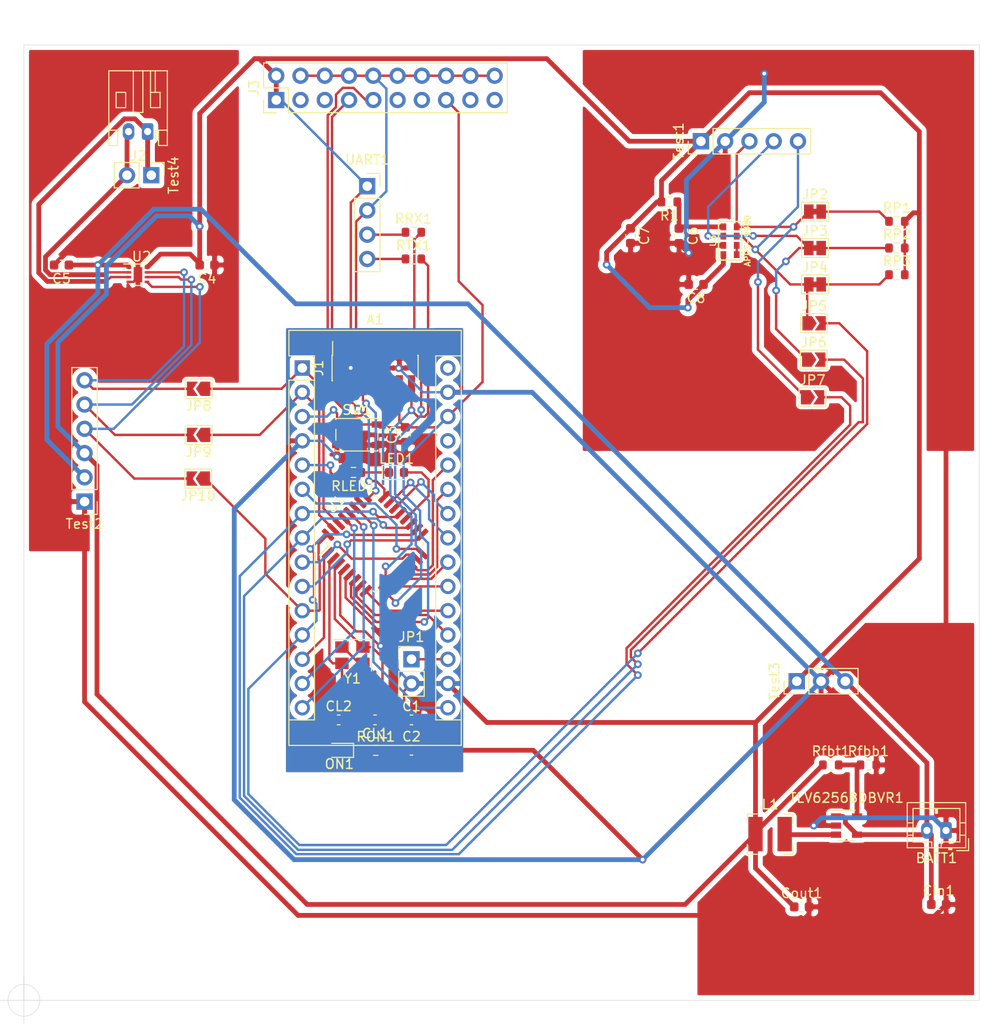
<source format=kicad_pcb>
(kicad_pcb (version 20171130) (host pcbnew "(5.1.9)-1")
  (layers (0 F.Cu signal) (31 B.Cu signal) (34 B.Paste user) (35 F.Paste user) (36 B.SilkS user) (37 F.SilkS user) (38 B.Mask user) (39 F.Mask user) (44 Edge.Cuts user))
  (net 0 "")
  (net 1 /PB3)
  (net 2 /PB4)
  (net 3 "Net-(A1-Pad30)")
  (net 4 /PB5)
  (net 5 GND)
  (net 6 /PB9)
  (net 7 /NRST)
  (net 8 /PA8)
  (net 9 "Net-(A1-Pad27)")
  (net 10 /PB8)
  (net 11 /PA7)
  (net 12 /PB2)
  (net 13 /PA6)
  (net 14 /PB0)
  (net 15 /PA11)
  (net 16 /PA9)
  (net 17 /PA12)
  (net 18 /PA10)
  (net 19 /PA5)
  (net 20 /PB1)
  (net 21 /PA4)
  (net 22 /PA15)
  (net 23 /PA1)
  (net 24 /PA0)
  (net 25 "Net-(A1-Pad18)")
  (net 26 /PB7)
  (net 27 /PB6)
  (net 28 "Net-(CL1-Pad1)")
  (net 29 "Net-(CL2-Pad1)")
  (net 30 /SWCLK)
  (net 31 /SWDIO)
  (net 32 T_VCP_RX)
  (net 33 T_VCP_TX)
  (net 34 "Net-(J2-Pad2)")
  (net 35 "Net-(J2-Pad1)")
  (net 36 +3V8)
  (net 37 +3V3)
  (net 38 "Net-(C6-Pad1)")
  (net 39 "Net-(J1-Pad10)")
  (net 40 "Net-(J1-Pad9)")
  (net 41 "Net-(J1-Pad8)")
  (net 42 "Net-(J1-Pad2)")
  (net 43 "Net-(J1-Pad1)")
  (net 44 "Net-(J3-Pad19)")
  (net 45 "Net-(J3-Pad17)")
  (net 46 "Net-(J3-Pad13)")
  (net 47 "Net-(J3-Pad11)")
  (net 48 "Net-(J3-Pad5)")
  (net 49 "Net-(J3-Pad3)")
  (net 50 "Net-(L1-Pad1)")
  (net 51 /PC6)
  (net 52 "Net-(LED1-Pad1)")
  (net 53 "Net-(ON1-Pad1)")
  (net 54 "Net-(Rfbb1-Pad1)")
  (net 55 "Net-(RRX1-Pad1)")
  (net 56 "Net-(RTX1-Pad1)")
  (net 57 "Net-(JP2-Pad2)")
  (net 58 "Net-(JP2-Pad1)")
  (net 59 "Net-(JP3-Pad2)")
  (net 60 "Net-(JP3-Pad1)")
  (net 61 "Net-(JP4-Pad2)")
  (net 62 "Net-(JP4-Pad1)")
  (net 63 "Net-(JP8-Pad2)")
  (net 64 "Net-(JP9-Pad2)")
  (net 65 "Net-(JP10-Pad2)")
  (net 66 "Net-(U3-Pad3)")
  (module Connector_PinHeader_2.54mm:PinHeader_1x02_P2.54mm_Vertical (layer F.Cu) (at 113.335 63.64 270)
    (fp_text reference Test4 (at 0 -2.33 90) (layer F.SilkS))
    (fp_text value Conn_01x02)
    (pad 2 thru_hole oval (at 0 2.54 270) (size 1.7 1.7) (drill 1) (layers *.Cu *.Mask) (net 34 "Net-(J2-Pad2)"))
    (pad 1 thru_hole rect (at 0 0 270) (size 1.7 1.7) (drill 1) (layers *.Cu *.Mask) (net 35 "Net-(J2-Pad1)"))
  )
  (module Connector_PinHeader_2.54mm:PinHeader_1x03_P2.54mm_Vertical (layer F.Cu) (at 180.899 116.599 90)
    (fp_text reference Test3 (at 0 -2.33 90) (layer F.SilkS))
    (fp_text value Conn_01x03)
    (pad 3 thru_hole oval (at 0 5.08 90) (size 1.7 1.7) (drill 1) (layers *.Cu *.Mask) (net 36 +3V8))
    (pad 2 thru_hole oval (at 0 2.54 90) (size 1.7 1.7) (drill 1) (layers *.Cu *.Mask) (net 5 GND))
    (pad 1 thru_hole rect (at 0 0 90) (size 1.7 1.7) (drill 1) (layers *.Cu *.Mask) (net 37 +3V3))
  )
  (module Connector_PinHeader_2.54mm:PinHeader_1x06_P2.54mm_Vertical (layer F.Cu) (at 106.35 97.803 180)
    (fp_text reference Test2 (at 0 -2.33) (layer F.SilkS))
    (fp_text value Conn_01x06)
    (pad 6 thru_hole oval (at 0 12.7 180) (size 1.7 1.7) (drill 1) (layers *.Cu *.Mask) (net 63 "Net-(JP8-Pad2)"))
    (pad 5 thru_hole oval (at 0 10.16 180) (size 1.7 1.7) (drill 1) (layers *.Cu *.Mask) (net 64 "Net-(JP9-Pad2)"))
    (pad 4 thru_hole oval (at 0 7.62 180) (size 1.7 1.7) (drill 1) (layers *.Cu *.Mask) (net 65 "Net-(JP10-Pad2)"))
    (pad 3 thru_hole oval (at 0 5.08 180) (size 1.7 1.7) (drill 1) (layers *.Cu *.Mask) (net 37 +3V3))
    (pad 2 thru_hole oval (at 0 2.54 180) (size 1.7 1.7) (drill 1) (layers *.Cu *.Mask) (net 36 +3V8))
    (pad 1 thru_hole rect (at 0 0 180) (size 1.7 1.7) (drill 1) (layers *.Cu *.Mask) (net 5 GND))
  )
  (module Connector_PinHeader_2.54mm:PinHeader_1x05_P2.54mm_Vertical (layer F.Cu) (at 170.866 60.084 90)
    (fp_text reference Test1 (at 0 -2.33 90) (layer F.SilkS))
    (fp_text value Conn_01x05)
    (pad 5 thru_hole oval (at 0 10.16 90) (size 1.7 1.7) (drill 1) (layers *.Cu *.Mask) (net 62 "Net-(JP4-Pad1)"))
    (pad 4 thru_hole oval (at 0 7.62 90) (size 1.7 1.7) (drill 1) (layers *.Cu *.Mask) (net 60 "Net-(JP3-Pad1)"))
    (pad 3 thru_hole oval (at 0 5.08 90) (size 1.7 1.7) (drill 1) (layers *.Cu *.Mask) (net 58 "Net-(JP2-Pad1)"))
    (pad 2 thru_hole oval (at 0 2.54 90) (size 1.7 1.7) (drill 1) (layers *.Cu *.Mask) (net 5 GND))
    (pad 1 thru_hole rect (at 0 0 90) (size 1.7 1.7) (drill 1) (layers *.Cu *.Mask) (net 37 +3V3))
  )
  (module Resistor_SMD:R_0603_1608Metric (layer F.Cu) (at 191.377 74.054)
    (fp_text reference RP3 (at 0 -1.43) (layer F.SilkS))
    (fp_text value 10k)
    (pad 2 smd roundrect (at 0.825 0) (size 0.8 0.95) (layers F.Cu F.Paste F.Mask) (net 37 +3V3))
    (pad 1 smd roundrect (at -0.825 0) (size 0.8 0.95) (layers F.Cu F.Paste F.Mask) (net 61 "Net-(JP4-Pad2)"))
  )
  (module Resistor_SMD:R_0603_1608Metric (layer F.Cu) (at 191.377 71.26)
    (fp_text reference RP2 (at 0 -1.43) (layer F.SilkS))
    (fp_text value 4.7k)
    (pad 2 smd roundrect (at 0.825 0) (size 0.8 0.95) (layers F.Cu F.Paste F.Mask) (net 37 +3V3))
    (pad 1 smd roundrect (at -0.825 0) (size 0.8 0.95) (layers F.Cu F.Paste F.Mask) (net 59 "Net-(JP3-Pad2)"))
  )
  (module Resistor_SMD:R_0603_1608Metric (layer F.Cu) (at 191.377 68.466)
    (fp_text reference RP1 (at 0 -1.43) (layer F.SilkS))
    (fp_text value 4.7k)
    (pad 2 smd roundrect (at 0.825 0) (size 0.8 0.95) (layers F.Cu F.Paste F.Mask) (net 37 +3V3))
    (pad 1 smd roundrect (at -0.825 0) (size 0.8 0.95) (layers F.Cu F.Paste F.Mask) (net 57 "Net-(JP2-Pad2)"))
  )
  (module Jumper:SolderJumper-2_P1.3mm_Open_TrianglePad1.0x1.5mm (layer F.Cu) (at 118.251 95.39 180)
    (fp_text reference JP10 (at 0 -1.8) (layer F.SilkS))
    (fp_text value SolderJumper_2_Open)
    (pad 1 smd custom (at -0.725 0 180) (size 0.3 0.3) (layers F.Cu F.Mask) (net 10 /PB8) (options (clearance outline) (anchor rect)) (primitives (gr_poly (pts (xy -0.5 -0.75) (xy 0.5 -0.75) (xy 1 0) (xy 0.5 0.75) (xy -0.5 0.75)) (width 0))))
    (pad 2 smd custom (at 0.725 0 180) (size 0.3 0.3) (layers F.Cu F.Mask) (net 65 "Net-(JP10-Pad2)") (options (clearance outline) (anchor rect)) (primitives (gr_poly (pts (xy -0.65 -0.75) (xy 0.5 -0.75) (xy 0.5 0.75) (xy -0.65 0.75) (xy -0.15 0)) (width 0))))
  )
  (module Jumper:SolderJumper-2_P1.3mm_Open_TrianglePad1.0x1.5mm (layer F.Cu) (at 118.288 90.818 180)
    (fp_text reference JP9 (at 0 -1.8) (layer F.SilkS))
    (fp_text value SolderJumper_2_Open)
    (pad 1 smd custom (at -0.725 0 180) (size 0.3 0.3) (layers F.Cu F.Mask) (net 26 /PB7) (options (clearance outline) (anchor rect)) (primitives (gr_poly (pts (xy -0.5 -0.75) (xy 0.5 -0.75) (xy 1 0) (xy 0.5 0.75) (xy -0.5 0.75)) (width 0))))
    (pad 2 smd custom (at 0.725 0 180) (size 0.3 0.3) (layers F.Cu F.Mask) (net 64 "Net-(JP9-Pad2)") (options (clearance outline) (anchor rect)) (primitives (gr_poly (pts (xy -0.65 -0.75) (xy 0.5 -0.75) (xy 0.5 0.75) (xy -0.65 0.75) (xy -0.15 0)) (width 0))))
  )
  (module Jumper:SolderJumper-2_P1.3mm_Open_TrianglePad1.0x1.5mm (layer F.Cu) (at 118.288 85.992 180)
    (fp_text reference JP8 (at 0 -1.8) (layer F.SilkS))
    (fp_text value SolderJumper_2_Open)
    (pad 1 smd custom (at -0.725 0 180) (size 0.3 0.3) (layers F.Cu F.Mask) (net 27 /PB6) (options (clearance outline) (anchor rect)) (primitives (gr_poly (pts (xy -0.5 -0.75) (xy 0.5 -0.75) (xy 1 0) (xy 0.5 0.75) (xy -0.5 0.75)) (width 0))))
    (pad 2 smd custom (at 0.725 0 180) (size 0.3 0.3) (layers F.Cu F.Mask) (net 63 "Net-(JP8-Pad2)") (options (clearance outline) (anchor rect)) (primitives (gr_poly (pts (xy -0.65 -0.75) (xy 0.5 -0.75) (xy 0.5 0.75) (xy -0.65 0.75) (xy -0.15 0)) (width 0))))
  )
  (module Jumper:SolderJumper-2_P1.3mm_Open_TrianglePad1.0x1.5mm (layer F.Cu) (at 182.55 86.881)
    (fp_text reference JP7 (at 0 -1.8) (layer F.SilkS))
    (fp_text value SolderJumper_2_Open)
    (pad 1 smd custom (at -0.725 0) (size 0.3 0.3) (layers F.Cu F.Mask) (net 58 "Net-(JP2-Pad1)") (options (clearance outline) (anchor rect)) (primitives (gr_poly (pts (xy -0.5 -0.75) (xy 0.5 -0.75) (xy 1 0) (xy 0.5 0.75) (xy -0.5 0.75)) (width 0))))
    (pad 2 smd custom (at 0.725 0) (size 0.3 0.3) (layers F.Cu F.Mask) (net 18 /PA10) (options (clearance outline) (anchor rect)) (primitives (gr_poly (pts (xy -0.65 -0.75) (xy 0.5 -0.75) (xy 0.5 0.75) (xy -0.65 0.75) (xy -0.15 0)) (width 0))))
  )
  (module Jumper:SolderJumper-2_P1.3mm_Open_TrianglePad1.0x1.5mm (layer F.Cu) (at 182.677 82.944)
    (fp_text reference JP6 (at 0 -1.8) (layer F.SilkS))
    (fp_text value SolderJumper_2_Open)
    (pad 1 smd custom (at -0.725 0) (size 0.3 0.3) (layers F.Cu F.Mask) (net 60 "Net-(JP3-Pad1)") (options (clearance outline) (anchor rect)) (primitives (gr_poly (pts (xy -0.5 -0.75) (xy 0.5 -0.75) (xy 1 0) (xy 0.5 0.75) (xy -0.5 0.75)) (width 0))))
    (pad 2 smd custom (at 0.725 0) (size 0.3 0.3) (layers F.Cu F.Mask) (net 16 /PA9) (options (clearance outline) (anchor rect)) (primitives (gr_poly (pts (xy -0.65 -0.75) (xy 0.5 -0.75) (xy 0.5 0.75) (xy -0.65 0.75) (xy -0.15 0)) (width 0))))
  )
  (module Jumper:SolderJumper-2_P1.3mm_Open_TrianglePad1.0x1.5mm (layer F.Cu) (at 182.714 79.134)
    (fp_text reference JP5 (at 0 -1.8) (layer F.SilkS))
    (fp_text value SolderJumper_2_Open)
    (pad 1 smd custom (at -0.725 0) (size 0.3 0.3) (layers F.Cu F.Mask) (net 62 "Net-(JP4-Pad1)") (options (clearance outline) (anchor rect)) (primitives (gr_poly (pts (xy -0.5 -0.75) (xy 0.5 -0.75) (xy 1 0) (xy 0.5 0.75) (xy -0.5 0.75)) (width 0))))
    (pad 2 smd custom (at 0.725 0) (size 0.3 0.3) (layers F.Cu F.Mask) (net 8 /PA8) (options (clearance outline) (anchor rect)) (primitives (gr_poly (pts (xy -0.65 -0.75) (xy 0.5 -0.75) (xy 0.5 0.75) (xy -0.65 0.75) (xy -0.15 0)) (width 0))))
  )
  (module Jumper:SolderJumper-2_P1.3mm_Bridged_Pad1.0x1.5mm (layer F.Cu) (at 182.804 75.07)
    (fp_text reference JP4 (at 0 -1.8) (layer F.SilkS))
    (fp_text value SolderJumper_2_Bridged)
    (fp_poly (pts (xy -0.25 -0.3) (xy 0.25 -0.3) (xy 0.25 0.3) (xy -0.25 0.3)) (layer F.Cu) (width 0))
    (pad 2 smd rect (at 0.65 0) (size 1 1.5) (layers F.Cu F.Mask) (net 61 "Net-(JP4-Pad2)"))
    (pad 1 smd rect (at -0.65 0) (size 1 1.5) (layers F.Cu F.Mask) (net 62 "Net-(JP4-Pad1)"))
  )
  (module Jumper:SolderJumper-2_P1.3mm_Bridged_Pad1.0x1.5mm (layer F.Cu) (at 182.804 71.26)
    (fp_text reference JP3 (at 0 -1.8) (layer F.SilkS))
    (fp_text value SolderJumper_2_Bridged)
    (fp_poly (pts (xy -0.25 -0.3) (xy 0.25 -0.3) (xy 0.25 0.3) (xy -0.25 0.3)) (layer F.Cu) (width 0))
    (pad 2 smd rect (at 0.65 0) (size 1 1.5) (layers F.Cu F.Mask) (net 59 "Net-(JP3-Pad2)"))
    (pad 1 smd rect (at -0.65 0) (size 1 1.5) (layers F.Cu F.Mask) (net 60 "Net-(JP3-Pad1)"))
  )
  (module Jumper:SolderJumper-2_P1.3mm_Bridged_Pad1.0x1.5mm (layer F.Cu) (at 182.804 67.45)
    (fp_text reference JP2 (at 0 -1.8) (layer F.SilkS))
    (fp_text value SolderJumper_2_Bridged)
    (fp_poly (pts (xy -0.25 -0.3) (xy 0.25 -0.3) (xy 0.25 0.3) (xy -0.25 0.3)) (layer F.Cu) (width 0))
    (pad 2 smd rect (at 0.65 0) (size 1 1.5) (layers F.Cu F.Mask) (net 57 "Net-(JP2-Pad2)"))
    (pad 1 smd rect (at -0.65 0) (size 1 1.5) (layers F.Cu F.Mask) (net 58 "Net-(JP2-Pad1)"))
  )
  (module Capacitor_SMD:C_0603_1608Metric (layer F.Cu) (at 170.358 75.07 180)
    (fp_text reference C8 (at 0 -1.43) (layer F.SilkS))
    (fp_text value 1uF)
    (pad 2 smd roundrect (at 0.775 0 180) (size 0.9 0.95) (layers F.Cu F.Paste F.Mask) (net 5 GND))
    (pad 1 smd roundrect (at -0.775 0 180) (size 0.9 0.95) (layers F.Cu F.Paste F.Mask) (net 37 +3V3))
  )
  (module Capacitor_SMD:C_0603_1608Metric (layer F.Cu) (at 163.5 69.977 270)
    (fp_text reference C7 (at 0 -1.43 90) (layer F.SilkS))
    (fp_text value "CP 10uF")
    (pad 2 smd roundrect (at 0.775 0 270) (size 0.9 0.95) (layers F.Cu F.Paste F.Mask) (net 5 GND))
    (pad 1 smd roundrect (at -0.775 0 270) (size 0.9 0.95) (layers F.Cu F.Paste F.Mask) (net 37 +3V3))
  )
  (module Button_Switch_SMD:SW_SPST_PTS810 (layer F.Cu) (at 134.855 90.805)
    (fp_text reference SW1 (at 0 -2.6) (layer F.SilkS))
    (fp_text value SW_Push)
    (pad 2 smd rect (at 2.075 1.075) (size 1.05 0.65) (layers F.Cu F.Paste F.Mask) (net 5 GND))
    (pad 2 smd rect (at -2.075 1.075) (size 1.05 0.65) (layers F.Cu F.Paste F.Mask) (net 5 GND))
    (pad 1 smd rect (at 2.075 -1.075) (size 1.05 0.65) (layers F.Cu F.Paste F.Mask) (net 7 /NRST))
    (pad 1 smd rect (at -2.075 -1.075) (size 1.05 0.65) (layers F.Cu F.Paste F.Mask) (net 7 /NRST))
  )
  (module Connector_PinSocket_2.54mm:PinSocket_1x04_P2.54mm_Vertical (layer F.Cu) (at 135.941 64.783)
    (fp_text reference UART1 (at 0 -2.77) (layer F.SilkS))
    (fp_text value Conn_01x04_Female)
    (pad 4 thru_hole oval (at 0 7.62) (size 1.7 1.7) (drill 1) (layers *.Cu *.Mask) (net 56 "Net-(RTX1-Pad1)"))
    (pad 3 thru_hole oval (at 0 5.08) (size 1.7 1.7) (drill 1) (layers *.Cu *.Mask) (net 55 "Net-(RRX1-Pad1)"))
    (pad 2 thru_hole oval (at 0 2.54) (size 1.7 1.7) (drill 1) (layers *.Cu *.Mask) (net 5 GND))
    (pad 1 thru_hole rect (at 0 0) (size 1.7 1.7) (drill 1) (layers *.Cu *.Mask) (net 37 +3V3))
  )
  (module Silicon-Custom:APDS-9960 (layer F.Cu) (at 173.914 70.498)
    (fp_text reference U3 (at -1.778 0 90) (layer F.SilkS) (effects (font (size 0.6096 0.6096) (thickness 0.127))))
    (fp_text value APDS-9960 (at 1.8288 0 90) (layer F.SilkS) (effects (font (size 0.6096 0.6096) (thickness 0.127))))
    (pad 8 smd rect (at -0.6985 -1.45288) (size 0.59944 0.71882) (layers F.Cu F.Paste F.Mask) (net 38 "Net-(C6-Pad1)"))
    (pad 7 smd rect (at -0.6985 -0.4826) (size 0.59944 0.71882) (layers F.Cu F.Paste F.Mask) (net 60 "Net-(JP3-Pad1)"))
    (pad 6 smd rect (at -0.6985 0.4826) (size 0.59944 0.71882) (layers F.Cu F.Paste F.Mask) (net 5 GND))
    (pad 5 smd rect (at -0.6985 1.45288) (size 0.59944 0.71882) (layers F.Cu F.Paste F.Mask) (net 37 +3V3))
    (pad 4 smd rect (at 0.6985 1.45288) (size 0.59944 0.71882) (layers F.Cu F.Paste F.Mask) (net 66 "Net-(U3-Pad3)"))
    (pad 3 smd rect (at 0.6985 0.4826) (size 0.59944 0.71882) (layers F.Cu F.Paste F.Mask) (net 66 "Net-(U3-Pad3)"))
    (pad 2 smd rect (at 0.6985 -0.4826) (size 0.59944 0.71882) (layers F.Cu F.Paste F.Mask) (net 62 "Net-(JP4-Pad1)"))
    (pad 1 smd rect (at 0.6985 -1.45288) (size 0.59944 0.71882) (layers F.Cu F.Paste F.Mask) (net 58 "Net-(JP2-Pad1)"))
  )
  (module Package_SON:WSON-8-1EP_2x2mm_P0.5mm_EP0.9x1.6mm (layer F.Cu) (at 111.938 74.054)
    (fp_text reference U2 (at 0.38 -1.9) (layer F.SilkS))
    (fp_text value DRV8837C)
    (pad 6 smd rect (at 0.95 0.25) (size 0.5 0.25) (layers F.Cu F.Paste F.Mask) (net 64 "Net-(JP9-Pad2)"))
    (pad 5 smd rect (at 0.95 0.75) (size 0.5 0.25) (layers F.Cu F.Paste F.Mask) (net 65 "Net-(JP10-Pad2)"))
    (pad 4 smd rect (at -0.95 0.75) (size 0.5 0.25) (layers F.Cu F.Paste F.Mask) (net 5 GND))
    (pad 2 smd rect (at -0.95 -0.25) (size 0.5 0.25) (layers F.Cu F.Paste F.Mask) (net 34 "Net-(J2-Pad2)"))
    (pad 1 smd rect (at -0.95 -0.75) (size 0.5 0.25) (layers F.Cu F.Paste F.Mask) (net 36 +3V8))
    (pad 9 smd rect (at 0 0) (size 0.9 1.6) (layers F.Cu F.Mask) (net 5 GND))
    (pad 8 smd rect (at 0.95 -0.75) (size 0.5 0.25) (layers F.Cu F.Paste F.Mask) (net 37 +3V3))
    (pad 7 smd rect (at 0.95 -0.25) (size 0.5 0.25) (layers F.Cu F.Paste F.Mask) (net 63 "Net-(JP8-Pad2)"))
    (pad 3 smd rect (at -0.95 0.25) (size 0.5 0.25) (layers F.Cu F.Paste F.Mask) (net 35 "Net-(J2-Pad1)"))
  )
  (module Package_TO_SOT_SMD:SOT-23-5 (layer F.Cu) (at 186.106 131.712)
    (fp_text reference TLV62568DBVR1 (at 0 -2.9) (layer F.SilkS))
    (fp_text value TLV62568DBV)
    (pad 5 smd rect (at 1.1 -0.95) (size 1.06 0.65) (layers F.Cu F.Paste F.Mask) (net 54 "Net-(Rfbb1-Pad1)"))
    (pad 4 smd rect (at 1.1 0.95) (size 1.06 0.65) (layers F.Cu F.Paste F.Mask) (net 36 +3V8))
    (pad 3 smd rect (at -1.1 0.95) (size 1.06 0.65) (layers F.Cu F.Paste F.Mask) (net 50 "Net-(L1-Pad1)"))
    (pad 2 smd rect (at -1.1 0) (size 1.06 0.65) (layers F.Cu F.Paste F.Mask) (net 5 GND))
    (pad 1 smd rect (at -1.1 -0.95) (size 1.06 0.65) (layers F.Cu F.Paste F.Mask) (net 36 +3V8))
  )
  (module Resistor_SMD:R_0603_1608Metric (layer F.Cu) (at 140.767 72.403)
    (fp_text reference RTX1 (at 0 -1.43) (layer F.SilkS))
    (fp_text value 22R)
    (pad 2 smd roundrect (at 0.825 0) (size 0.8 0.95) (layers F.Cu F.Paste F.Mask) (net 32 T_VCP_RX))
    (pad 1 smd roundrect (at -0.825 0) (size 0.8 0.95) (layers F.Cu F.Paste F.Mask) (net 56 "Net-(RTX1-Pad1)"))
  )
  (module Resistor_SMD:R_0603_1608Metric (layer F.Cu) (at 140.767 69.609)
    (fp_text reference RRX1 (at 0 -1.43) (layer F.SilkS))
    (fp_text value 22R)
    (pad 2 smd roundrect (at 0.825 0) (size 0.8 0.95) (layers F.Cu F.Paste F.Mask) (net 33 T_VCP_TX))
    (pad 1 smd roundrect (at -0.825 0) (size 0.8 0.95) (layers F.Cu F.Paste F.Mask) (net 55 "Net-(RRX1-Pad1)"))
  )
  (module Resistor_SMD:R_0603_1608Metric (layer F.Cu) (at 136.83 123.838)
    (fp_text reference RON1 (at 0 -1.43) (layer F.SilkS))
    (fp_text value 1k)
    (pad 2 smd roundrect (at 0.825 0) (size 0.8 0.95) (layers F.Cu F.Paste F.Mask) (net 5 GND))
    (pad 1 smd roundrect (at -0.825 0) (size 0.8 0.95) (layers F.Cu F.Paste F.Mask) (net 53 "Net-(ON1-Pad1)"))
  )
  (module Resistor_SMD:R_0603_1608Metric (layer F.Cu) (at 134.5 94.75 180)
    (fp_text reference RLED1 (at 0 -1.43) (layer F.SilkS))
    (fp_text value 1k)
    (pad 2 smd roundrect (at 0.825 0 180) (size 0.8 0.95) (layers F.Cu F.Paste F.Mask) (net 5 GND))
    (pad 1 smd roundrect (at -0.825 0 180) (size 0.8 0.95) (layers F.Cu F.Paste F.Mask) (net 52 "Net-(LED1-Pad1)"))
  )
  (module Resistor_SMD:R_0603_1608Metric (layer F.Cu) (at 184.455 125.362)
    (fp_text reference Rfbt1 (at 0 -1.43) (layer F.SilkS))
    (fp_text value 453k)
    (pad 2 smd roundrect (at 0.825 0) (size 0.8 0.95) (layers F.Cu F.Paste F.Mask) (net 54 "Net-(Rfbb1-Pad1)"))
    (pad 1 smd roundrect (at -0.825 0) (size 0.8 0.95) (layers F.Cu F.Paste F.Mask) (net 37 +3V3))
  )
  (module Resistor_SMD:R_0603_1608Metric (layer F.Cu) (at 188.392 125.362)
    (fp_text reference Rfbb1 (at 0 -1.43) (layer F.SilkS))
    (fp_text value 100k)
    (pad 2 smd roundrect (at 0.825 0) (size 0.8 0.95) (layers F.Cu F.Paste F.Mask) (net 5 GND))
    (pad 1 smd roundrect (at -0.825 0) (size 0.8 0.95) (layers F.Cu F.Paste F.Mask) (net 54 "Net-(Rfbb1-Pad1)"))
  )
  (module Resistor_SMD:R_0603_1608Metric (layer F.Cu) (at 167.564 66.434 180)
    (fp_text reference R1 (at 0 -1.43) (layer F.SilkS))
    (fp_text value 22R)
    (pad 2 smd roundrect (at 0.825 0 180) (size 0.8 0.95) (layers F.Cu F.Paste F.Mask) (net 37 +3V3))
    (pad 1 smd roundrect (at -0.825 0 180) (size 0.8 0.95) (layers F.Cu F.Paste F.Mask) (net 38 "Net-(C6-Pad1)"))
  )
  (module LED_SMD:LED_0603_1608Metric (layer F.Cu) (at 133.02 123.838 180)
    (fp_text reference ON1 (at 0 -1.43) (layer F.SilkS))
    (fp_text value LED)
    (pad 2 smd roundrect (at 0.7875 0 180) (size 0.875 0.95) (layers F.Cu F.Paste F.Mask) (net 37 +3V3))
    (pad 1 smd roundrect (at -0.7875 0 180) (size 0.875 0.95) (layers F.Cu F.Paste F.Mask) (net 53 "Net-(ON1-Pad1)"))
  )
  (module LED_SMD:LED_0603_1608Metric (layer F.Cu) (at 139 94.75)
    (fp_text reference LED1 (at 0 -1.43) (layer F.SilkS))
    (fp_text value LED)
    (pad 2 smd roundrect (at 0.7875 0) (size 0.875 0.95) (layers F.Cu F.Paste F.Mask) (net 51 /PC6))
    (pad 1 smd roundrect (at -0.7875 0) (size 0.875 0.95) (layers F.Cu F.Paste F.Mask) (net 52 "Net-(LED1-Pad1)"))
  )
  (module Inductor_SMD:L_Bourns-SRN4018 (layer F.Cu) (at 178.105 132.601 180)
    (fp_text reference L1 (at 0 3.1) (layer F.SilkS))
    (fp_text value "2.2uH 2.6A")
    (pad 2 smd rect (at 1.525 0 180) (size 1.5 3.6) (layers F.Cu F.Paste F.Mask) (net 37 +3V3))
    (pad 1 smd rect (at -1.525 0 180) (size 1.5 3.6) (layers F.Cu F.Paste F.Mask) (net 50 "Net-(L1-Pad1)"))
  )
  (module Connector_JST:JST_PH_S2B-PH-K_1x02_P2.00mm_Horizontal (layer F.Cu) (at 112.954 59.068 180)
    (fp_text reference J2 (at 1 -2.55) (layer F.SilkS))
    (fp_text value Conn_01x02_Male)
    (pad 2 thru_hole oval (at 2 0 180) (size 1.2 1.75) (drill 0.75) (layers *.Cu *.Mask) (net 34 "Net-(J2-Pad2)"))
    (pad 1 thru_hole roundrect (at 0 0 180) (size 1.2 1.75) (drill 0.75) (layers *.Cu *.Mask) (roundrect_rratio 0.208333) (net 35 "Net-(J2-Pad1)"))
  )
  (module Capacitor_SMD:C_0603_1608Metric (layer F.Cu) (at 181.407 140.221)
    (fp_text reference Cout1 (at 0 -1.43) (layer F.SilkS))
    (fp_text value 10uF)
    (pad 2 smd roundrect (at 0.775 0) (size 0.9 0.95) (layers F.Cu F.Paste F.Mask) (net 5 GND))
    (pad 1 smd roundrect (at -0.775 0) (size 0.9 0.95) (layers F.Cu F.Paste F.Mask) (net 37 +3V3))
  )
  (module Capacitor_SMD:C_0603_1608Metric (layer F.Cu) (at 195.758 139.967)
    (fp_text reference Cin1 (at 0 -1.43) (layer F.SilkS))
    (fp_text value 4.7uF)
    (pad 2 smd roundrect (at 0.775 0) (size 0.9 0.95) (layers F.Cu F.Paste F.Mask) (net 5 GND))
    (pad 1 smd roundrect (at -0.775 0) (size 0.9 0.95) (layers F.Cu F.Paste F.Mask) (net 36 +3V8))
  )
  (module Capacitor_SMD:C_0603_1608Metric (layer F.Cu) (at 168.58 69.99 270)
    (fp_text reference C6 (at 0 -1.43 90) (layer F.SilkS))
    (fp_text value 1uF)
    (pad 2 smd roundrect (at 0.775 0 270) (size 0.9 0.95) (layers F.Cu F.Paste F.Mask) (net 5 GND))
    (pad 1 smd roundrect (at -0.775 0 270) (size 0.9 0.95) (layers F.Cu F.Paste F.Mask) (net 38 "Net-(C6-Pad1)"))
  )
  (module Capacitor_SMD:C_0603_1608Metric (layer F.Cu) (at 103.937 73.038 180)
    (fp_text reference C5 (at 0 -1.43) (layer F.SilkS))
    (fp_text value 0.1uF)
    (pad 2 smd roundrect (at 0.775 0 180) (size 0.9 0.95) (layers F.Cu F.Paste F.Mask) (net 5 GND))
    (pad 1 smd roundrect (at -0.775 0 180) (size 0.9 0.95) (layers F.Cu F.Paste F.Mask) (net 36 +3V8))
  )
  (module Capacitor_SMD:C_0603_1608Metric (layer F.Cu) (at 119.177 73.038 180)
    (fp_text reference C4 (at 0 -1.43) (layer F.SilkS))
    (fp_text value 0.1uF)
    (pad 2 smd roundrect (at 0.775 0 180) (size 0.9 0.95) (layers F.Cu F.Paste F.Mask) (net 37 +3V3))
    (pad 1 smd roundrect (at -0.775 0 180) (size 0.9 0.95) (layers F.Cu F.Paste F.Mask) (net 5 GND))
  )
  (module Connector_JST:JST_PH_B2B-PH-K_1x02_P2.00mm_Vertical (layer F.Cu) (at 196.52 132.22 180)
    (fp_text reference BATT1 (at 1 -2.9) (layer F.SilkS))
    (fp_text value Conn_01x02_Male)
    (pad 2 thru_hole oval (at 2 0 180) (size 1.2 1.75) (drill 0.75) (layers *.Cu *.Mask) (net 36 +3V8))
    (pad 1 thru_hole roundrect (at 0 0 180) (size 1.2 1.75) (drill 0.75) (layers *.Cu *.Mask) (roundrect_rratio 0.208333) (net 5 GND))
  )
  (module Crystal:Crystal_SMD_3225-4Pin_3.2x2.5mm (layer F.Cu) (at 134.39 113.88 180)
    (fp_text reference Y1 (at 0 -2.45) (layer F.SilkS))
    (fp_text value Crystal_GND24)
    (pad 4 smd rect (at -1.1 -0.85 180) (size 1.4 1.2) (layers F.Cu F.Paste F.Mask) (net 5 GND))
    (pad 3 smd rect (at 1.1 -0.85 180) (size 1.4 1.2) (layers F.Cu F.Paste F.Mask) (net 29 "Net-(CL2-Pad1)"))
    (pad 2 smd rect (at 1.1 0.85 180) (size 1.4 1.2) (layers F.Cu F.Paste F.Mask) (net 5 GND))
    (pad 1 smd rect (at -1.1 0.85 180) (size 1.4 1.2) (layers F.Cu F.Paste F.Mask) (net 28 "Net-(CL1-Pad1)"))
  )
  (module Package_QFP:LQFP-32_7x7mm_P0.8mm (layer F.Cu) (at 136.76 102.235 45)
    (fp_text reference U1 (at 0 -5.88 45) (layer F.SilkS))
    (fp_text value STM32G031K8T3)
    (pad 32 smd roundrect (at -2.8 -4.175 45) (size 0.5 1.5) (layers F.Cu F.Paste F.Mask) (net 10 /PB8))
    (pad 31 smd roundrect (at -2 -4.175 45) (size 0.5 1.5) (layers F.Cu F.Paste F.Mask) (net 26 /PB7))
    (pad 30 smd roundrect (at -1.2 -4.175 45) (size 0.5 1.5) (layers F.Cu F.Paste F.Mask) (net 27 /PB6))
    (pad 29 smd roundrect (at -0.4 -4.175 45) (size 0.5 1.5) (layers F.Cu F.Paste F.Mask) (net 4 /PB5))
    (pad 28 smd roundrect (at 0.4 -4.175 45) (size 0.5 1.5) (layers F.Cu F.Paste F.Mask) (net 2 /PB4))
    (pad 27 smd roundrect (at 1.2 -4.175 45) (size 0.5 1.5) (layers F.Cu F.Paste F.Mask) (net 1 /PB3))
    (pad 26 smd roundrect (at 2 -4.175 45) (size 0.5 1.5) (layers F.Cu F.Paste F.Mask) (net 22 /PA15))
    (pad 25 smd roundrect (at 2.8 -4.175 45) (size 0.5 1.5) (layers F.Cu F.Paste F.Mask) (net 30 /SWCLK))
    (pad 24 smd roundrect (at 4.175 -2.8 45) (size 1.5 0.5) (layers F.Cu F.Paste F.Mask) (net 31 /SWDIO))
    (pad 23 smd roundrect (at 4.175 -2 45) (size 1.5 0.5) (layers F.Cu F.Paste F.Mask) (net 17 /PA12))
    (pad 22 smd roundrect (at 4.175 -1.2 45) (size 1.5 0.5) (layers F.Cu F.Paste F.Mask) (net 15 /PA11))
    (pad 21 smd roundrect (at 4.175 -0.4 45) (size 1.5 0.5) (layers F.Cu F.Paste F.Mask) (net 18 /PA10))
    (pad 20 smd roundrect (at 4.175 0.4 45) (size 1.5 0.5) (layers F.Cu F.Paste F.Mask) (net 51 /PC6))
    (pad 19 smd roundrect (at 4.175 1.2 45) (size 1.5 0.5) (layers F.Cu F.Paste F.Mask) (net 16 /PA9))
    (pad 18 smd roundrect (at 4.175 2 45) (size 1.5 0.5) (layers F.Cu F.Paste F.Mask) (net 8 /PA8))
    (pad 17 smd roundrect (at 4.175 2.8 45) (size 1.5 0.5) (layers F.Cu F.Paste F.Mask) (net 12 /PB2))
    (pad 16 smd roundrect (at 2.8 4.175 45) (size 0.5 1.5) (layers F.Cu F.Paste F.Mask) (net 20 /PB1))
    (pad 15 smd roundrect (at 2 4.175 45) (size 0.5 1.5) (layers F.Cu F.Paste F.Mask) (net 14 /PB0))
    (pad 14 smd roundrect (at 1.2 4.175 45) (size 0.5 1.5) (layers F.Cu F.Paste F.Mask) (net 11 /PA7))
    (pad 13 smd roundrect (at 0.4 4.175 45) (size 0.5 1.5) (layers F.Cu F.Paste F.Mask) (net 13 /PA6))
    (pad 12 smd roundrect (at -0.4 4.175 45) (size 0.5 1.5) (layers F.Cu F.Paste F.Mask) (net 19 /PA5))
    (pad 11 smd roundrect (at -1.2 4.175 45) (size 0.5 1.5) (layers F.Cu F.Paste F.Mask) (net 21 /PA4))
    (pad 10 smd roundrect (at -2 4.175 45) (size 0.5 1.5) (layers F.Cu F.Paste F.Mask) (net 32 T_VCP_RX))
    (pad 9 smd roundrect (at -2.8 4.175 45) (size 0.5 1.5) (layers F.Cu F.Paste F.Mask) (net 33 T_VCP_TX))
    (pad 8 smd roundrect (at -4.175 2.8 45) (size 1.5 0.5) (layers F.Cu F.Paste F.Mask) (net 23 /PA1))
    (pad 7 smd roundrect (at -4.175 2 45) (size 1.5 0.5) (layers F.Cu F.Paste F.Mask) (net 24 /PA0))
    (pad 6 smd roundrect (at -4.175 1.2 45) (size 1.5 0.5) (layers F.Cu F.Paste F.Mask) (net 7 /NRST))
    (pad 5 smd roundrect (at -4.175 0.4 45) (size 1.5 0.5) (layers F.Cu F.Paste F.Mask) (net 5 GND))
    (pad 4 smd roundrect (at -4.175 -0.4 45) (size 1.5 0.5) (layers F.Cu F.Paste F.Mask) (net 37 +3V3))
    (pad 3 smd roundrect (at -4.175 -1.2 45) (size 1.5 0.5) (layers F.Cu F.Paste F.Mask) (net 28 "Net-(CL1-Pad1)"))
    (pad 2 smd roundrect (at -4.175 -2 45) (size 1.5 0.5) (layers F.Cu F.Paste F.Mask) (net 29 "Net-(CL2-Pad1)"))
    (pad 1 smd roundrect (at -4.175 -2.8 45) (size 1.5 0.5) (layers F.Cu F.Paste F.Mask) (net 6 /PB9))
  )
  (module Connector_PinHeader_2.54mm:PinHeader_1x02_P2.54mm_Vertical (layer F.Cu) (at 140.57 114.3)
    (fp_text reference JP1 (at 0 -2.33) (layer F.SilkS))
    (fp_text value Jumper)
    (pad 2 thru_hole oval (at 0 2.54) (size 1.7 1.7) (drill 1) (layers *.Cu *.Mask) (net 37 +3V3))
    (pad 1 thru_hole rect (at 0 0) (size 1.7 1.7) (drill 1) (layers *.Cu *.Mask) (net 25 "Net-(A1-Pad18)"))
  )
  (module Connector_PinSocket_1.27mm:PinSocket_2x07_P1.27mm_Vertical_SMD (layer F.Cu) (at 136.76 83.82 90)
    (fp_text reference J1 (at 0 -5.945 90) (layer F.SilkS))
    (fp_text value Conn_ST_STDC14)
    (pad 14 smd rect (at -1.8 3.81 90) (size 2.1 0.75) (layers F.Cu F.Paste F.Mask) (net 32 T_VCP_RX))
    (pad 13 smd rect (at 1.8 3.81 90) (size 2.1 0.75) (layers F.Cu F.Paste F.Mask) (net 33 T_VCP_TX))
    (pad 12 smd rect (at -1.8 2.54 90) (size 2.1 0.75) (layers F.Cu F.Paste F.Mask) (net 7 /NRST))
    (pad 11 smd rect (at 1.8 2.54 90) (size 2.1 0.75) (layers F.Cu F.Paste F.Mask) (net 5 GND))
    (pad 10 smd rect (at -1.8 1.27 90) (size 2.1 0.75) (layers F.Cu F.Paste F.Mask) (net 39 "Net-(J1-Pad10)"))
    (pad 9 smd rect (at 1.8 1.27 90) (size 2.1 0.75) (layers F.Cu F.Paste F.Mask) (net 40 "Net-(J1-Pad9)"))
    (pad 8 smd rect (at -1.8 0 90) (size 2.1 0.75) (layers F.Cu F.Paste F.Mask) (net 41 "Net-(J1-Pad8)"))
    (pad 7 smd rect (at 1.8 0 90) (size 2.1 0.75) (layers F.Cu F.Paste F.Mask) (net 5 GND))
    (pad 6 smd rect (at -1.8 -1.27 90) (size 2.1 0.75) (layers F.Cu F.Paste F.Mask) (net 30 /SWCLK))
    (pad 5 smd rect (at 1.8 -1.27 90) (size 2.1 0.75) (layers F.Cu F.Paste F.Mask) (net 5 GND))
    (pad 4 smd rect (at -1.8 -2.54 90) (size 2.1 0.75) (layers F.Cu F.Paste F.Mask) (net 31 /SWDIO))
    (pad 3 smd rect (at 1.8 -2.54 90) (size 2.1 0.75) (layers F.Cu F.Paste F.Mask) (net 37 +3V3))
    (pad 2 smd rect (at -1.8 -3.81 90) (size 2.1 0.75) (layers F.Cu F.Paste F.Mask) (net 42 "Net-(J1-Pad2)"))
    (pad 1 smd rect (at 1.8 -3.81 90) (size 2.1 0.75) (layers F.Cu F.Paste F.Mask) (net 43 "Net-(J1-Pad1)"))
  )
  (module Connector_PinHeader_2.54mm:PinHeader_2x10_P2.54mm_Vertical (layer F.Cu) (at 126.416 55.766 90)
    (fp_text reference J3 (at 1.27 -2.33 90) (layer F.SilkS))
    (fp_text value Conn_ARM_JTAG_SWD_20)
    (pad 20 thru_hole oval (at 2.54 22.86 90) (size 1.7 1.7) (drill 1) (layers *.Cu *.Mask) (net 5 GND))
    (pad 19 thru_hole oval (at 0 22.86 90) (size 1.7 1.7) (drill 1) (layers *.Cu *.Mask) (net 44 "Net-(J3-Pad19)"))
    (pad 18 thru_hole oval (at 2.54 20.32 90) (size 1.7 1.7) (drill 1) (layers *.Cu *.Mask) (net 5 GND))
    (pad 17 thru_hole oval (at 0 20.32 90) (size 1.7 1.7) (drill 1) (layers *.Cu *.Mask) (net 45 "Net-(J3-Pad17)"))
    (pad 16 thru_hole oval (at 2.54 17.78 90) (size 1.7 1.7) (drill 1) (layers *.Cu *.Mask) (net 5 GND))
    (pad 15 thru_hole oval (at 0 17.78 90) (size 1.7 1.7) (drill 1) (layers *.Cu *.Mask) (net 7 /NRST))
    (pad 14 thru_hole oval (at 2.54 15.24 90) (size 1.7 1.7) (drill 1) (layers *.Cu *.Mask) (net 5 GND))
    (pad 13 thru_hole oval (at 0 15.24 90) (size 1.7 1.7) (drill 1) (layers *.Cu *.Mask) (net 46 "Net-(J3-Pad13)"))
    (pad 12 thru_hole oval (at 2.54 12.7 90) (size 1.7 1.7) (drill 1) (layers *.Cu *.Mask) (net 5 GND))
    (pad 11 thru_hole oval (at 0 12.7 90) (size 1.7 1.7) (drill 1) (layers *.Cu *.Mask) (net 47 "Net-(J3-Pad11)"))
    (pad 10 thru_hole oval (at 2.54 10.16 90) (size 1.7 1.7) (drill 1) (layers *.Cu *.Mask) (net 5 GND))
    (pad 9 thru_hole oval (at 0 10.16 90) (size 1.7 1.7) (drill 1) (layers *.Cu *.Mask) (net 30 /SWCLK))
    (pad 8 thru_hole oval (at 2.54 7.62 90) (size 1.7 1.7) (drill 1) (layers *.Cu *.Mask) (net 5 GND))
    (pad 7 thru_hole oval (at 0 7.62 90) (size 1.7 1.7) (drill 1) (layers *.Cu *.Mask) (net 31 /SWDIO))
    (pad 6 thru_hole oval (at 2.54 5.08 90) (size 1.7 1.7) (drill 1) (layers *.Cu *.Mask) (net 5 GND))
    (pad 5 thru_hole oval (at 0 5.08 90) (size 1.7 1.7) (drill 1) (layers *.Cu *.Mask) (net 48 "Net-(J3-Pad5)"))
    (pad 4 thru_hole oval (at 2.54 2.54 90) (size 1.7 1.7) (drill 1) (layers *.Cu *.Mask) (net 5 GND))
    (pad 3 thru_hole oval (at 0 2.54 90) (size 1.7 1.7) (drill 1) (layers *.Cu *.Mask) (net 49 "Net-(J3-Pad3)"))
    (pad 2 thru_hole oval (at 2.54 0 90) (size 1.7 1.7) (drill 1) (layers *.Cu *.Mask) (net 37 +3V3))
    (pad 1 thru_hole rect (at 0 0 90) (size 1.7 1.7) (drill 1) (layers *.Cu *.Mask) (net 37 +3V3))
  )
  (module Capacitor_SMD:C_0603_1608Metric (layer F.Cu) (at 132.95 120.65)
    (fp_text reference CL2 (at 0 -1.43) (layer F.SilkS))
    (fp_text value 20pF)
    (pad 2 smd roundrect (at 0.775 0) (size 0.9 0.95) (layers F.Cu F.Paste F.Mask) (net 5 GND))
    (pad 1 smd roundrect (at -0.775 0) (size 0.9 0.95) (layers F.Cu F.Paste F.Mask) (net 29 "Net-(CL2-Pad1)"))
  )
  (module Capacitor_SMD:C_0603_1608Metric (layer F.Cu) (at 136.76 120.65 180)
    (fp_text reference CL1 (at 0 -1.43) (layer F.SilkS))
    (fp_text value 20pF)
    (pad 2 smd roundrect (at 0.775 0 180) (size 0.9 0.95) (layers F.Cu F.Paste F.Mask) (net 5 GND))
    (pad 1 smd roundrect (at -0.775 0 180) (size 0.9 0.95) (layers F.Cu F.Paste F.Mask) (net 28 "Net-(CL1-Pad1)"))
  )
  (module Capacitor_SMD:C_0603_1608Metric (layer F.Cu) (at 139.935 90.805 90)
    (fp_text reference C3 (at 0 -1.43 90) (layer F.SilkS))
    (fp_text value 100nF)
    (pad 2 smd roundrect (at 0.775 0 90) (size 0.9 0.95) (layers F.Cu F.Paste F.Mask) (net 7 /NRST))
    (pad 1 smd roundrect (at -0.775 0 90) (size 0.9 0.95) (layers F.Cu F.Paste F.Mask) (net 5 GND))
  )
  (module Capacitor_SMD:C_0603_1608Metric (layer F.Cu) (at 140.57 123.825)
    (fp_text reference C2 (at 0 -1.43) (layer F.SilkS))
    (fp_text value 100nF)
    (pad 2 smd roundrect (at 0.775 0) (size 0.9 0.95) (layers F.Cu F.Paste F.Mask) (net 5 GND))
    (pad 1 smd roundrect (at -0.775 0) (size 0.9 0.95) (layers F.Cu F.Paste F.Mask) (net 37 +3V3))
  )
  (module Capacitor_SMD:C_0603_1608Metric (layer F.Cu) (at 140.57 120.65)
    (fp_text reference C1 (at 0 -1.43) (layer F.SilkS))
    (fp_text value 4.7uF)
    (pad 2 smd roundrect (at 0.775 0) (size 0.9 0.95) (layers F.Cu F.Paste F.Mask) (net 5 GND))
    (pad 1 smd roundrect (at -0.775 0) (size 0.9 0.95) (layers F.Cu F.Paste F.Mask) (net 37 +3V3))
  )
  (module Module:Arduino_Nano (layer F.Cu) (at 129.14 83.82)
    (fp_text reference A1 (at 7.62 -5.08) (layer F.SilkS))
    (fp_text value Arduino_Nano_v2.x)
    (pad 16 thru_hole oval (at 15.24 35.56) (size 1.6 1.6) (drill 1) (layers *.Cu *.Mask) (net 1 /PB3))
    (pad 15 thru_hole oval (at 0 35.56) (size 1.6 1.6) (drill 1) (layers *.Cu *.Mask) (net 2 /PB4))
    (pad 30 thru_hole oval (at 15.24 0) (size 1.6 1.6) (drill 1) (layers *.Cu *.Mask) (net 3 "Net-(A1-Pad30)"))
    (pad 14 thru_hole oval (at 0 33.02) (size 1.6 1.6) (drill 1) (layers *.Cu *.Mask) (net 4 /PB5))
    (pad 29 thru_hole oval (at 15.24 2.54) (size 1.6 1.6) (drill 1) (layers *.Cu *.Mask) (net 5 GND))
    (pad 13 thru_hole oval (at 0 30.48) (size 1.6 1.6) (drill 1) (layers *.Cu *.Mask) (net 6 /PB9))
    (pad 28 thru_hole oval (at 15.24 5.08) (size 1.6 1.6) (drill 1) (layers *.Cu *.Mask) (net 7 /NRST))
    (pad 12 thru_hole oval (at 0 27.94) (size 1.6 1.6) (drill 1) (layers *.Cu *.Mask) (net 8 /PA8))
    (pad 27 thru_hole oval (at 15.24 7.62) (size 1.6 1.6) (drill 1) (layers *.Cu *.Mask) (net 9 "Net-(A1-Pad27)"))
    (pad 11 thru_hole oval (at 0 25.4) (size 1.6 1.6) (drill 1) (layers *.Cu *.Mask) (net 10 /PB8))
    (pad 26 thru_hole oval (at 15.24 10.16) (size 1.6 1.6) (drill 1) (layers *.Cu *.Mask) (net 11 /PA7))
    (pad 10 thru_hole oval (at 0 22.86) (size 1.6 1.6) (drill 1) (layers *.Cu *.Mask) (net 12 /PB2))
    (pad 25 thru_hole oval (at 15.24 12.7) (size 1.6 1.6) (drill 1) (layers *.Cu *.Mask) (net 13 /PA6))
    (pad 9 thru_hole oval (at 0 20.32) (size 1.6 1.6) (drill 1) (layers *.Cu *.Mask) (net 14 /PB0))
    (pad 24 thru_hole oval (at 15.24 15.24) (size 1.6 1.6) (drill 1) (layers *.Cu *.Mask) (net 15 /PA11))
    (pad 8 thru_hole oval (at 0 17.78) (size 1.6 1.6) (drill 1) (layers *.Cu *.Mask) (net 16 /PA9))
    (pad 23 thru_hole oval (at 15.24 17.78) (size 1.6 1.6) (drill 1) (layers *.Cu *.Mask) (net 17 /PA12))
    (pad 7 thru_hole oval (at 0 15.24) (size 1.6 1.6) (drill 1) (layers *.Cu *.Mask) (net 18 /PA10))
    (pad 22 thru_hole oval (at 15.24 20.32) (size 1.6 1.6) (drill 1) (layers *.Cu *.Mask) (net 19 /PA5))
    (pad 6 thru_hole oval (at 0 12.7) (size 1.6 1.6) (drill 1) (layers *.Cu *.Mask) (net 20 /PB1))
    (pad 21 thru_hole oval (at 15.24 22.86) (size 1.6 1.6) (drill 1) (layers *.Cu *.Mask) (net 21 /PA4))
    (pad 5 thru_hole oval (at 0 10.16) (size 1.6 1.6) (drill 1) (layers *.Cu *.Mask) (net 22 /PA15))
    (pad 20 thru_hole oval (at 15.24 25.4) (size 1.6 1.6) (drill 1) (layers *.Cu *.Mask) (net 23 /PA1))
    (pad 4 thru_hole oval (at 0 7.62) (size 1.6 1.6) (drill 1) (layers *.Cu *.Mask) (net 5 GND))
    (pad 19 thru_hole oval (at 15.24 27.94) (size 1.6 1.6) (drill 1) (layers *.Cu *.Mask) (net 24 /PA0))
    (pad 3 thru_hole oval (at 0 5.08) (size 1.6 1.6) (drill 1) (layers *.Cu *.Mask) (net 7 /NRST))
    (pad 18 thru_hole oval (at 15.24 30.48) (size 1.6 1.6) (drill 1) (layers *.Cu *.Mask) (net 25 "Net-(A1-Pad18)"))
    (pad 2 thru_hole oval (at 0 2.54) (size 1.6 1.6) (drill 1) (layers *.Cu *.Mask) (net 26 /PB7))
    (pad 17 thru_hole oval (at 15.24 33.02) (size 1.6 1.6) (drill 1) (layers *.Cu *.Mask) (net 37 +3V3))
    (pad 1 thru_hole rect (at 0 0) (size 1.6 1.6) (drill 1) (layers *.Cu *.Mask) (net 27 /PB6))
  )
  (target plus (at 100 150) (size 5) (width 0.05) (layer Edge.Cuts))
  (gr_line (start 200 50) (end 100 50) (layer Edge.Cuts) (width 0.05))
  (gr_line (start 200 150) (end 200 50) (layer Edge.Cuts) (width 0.05))
  (gr_line (start 100 150) (end 200 150) (layer Edge.Cuts) (width 0.05))
  (gr_line (start 100 50) (end 100 150) (layer Edge.Cuts) (width 0.05))
  (segment (start 141.370998 119.38) (end 136.58 114.589002) (width 0.25) (layer B.Cu) (net 1))
  (segment (start 144.38 119.38) (end 141.370998 119.38) (width 0.25) (layer B.Cu) (net 1))
  (via (at 136.62 100.3) (size 0.8) (drill 0.4) (layers F.Cu B.Cu) (net 1))
  (segment (start 136.58 100.34) (end 136.62 100.3) (width 0.25) (layer B.Cu) (net 1))
  (segment (start 136.58 114.589002) (end 136.58 100.34) (width 0.25) (layer B.Cu) (net 1))
  (segment (start 134.754301 98.434301) (end 134.656357 98.434301) (width 0.25) (layer F.Cu) (net 1))
  (segment (start 136.62 100.3) (end 134.754301 98.434301) (width 0.25) (layer F.Cu) (net 1))
  (segment (start 135.564508 112.955492) (end 135.564508 100.455315) (width 0.25) (layer B.Cu) (net 2))
  (via (at 135.564508 100.455315) (size 0.8) (drill 0.4) (layers F.Cu B.Cu) (net 2))
  (segment (start 129.14 119.38) (end 135.564508 112.955492) (width 0.25) (layer B.Cu) (net 2))
  (segment (start 135.546001 100.455315) (end 134.090672 98.999986) (width 0.25) (layer F.Cu) (net 2))
  (segment (start 135.564508 100.455315) (end 135.546001 100.455315) (width 0.25) (layer F.Cu) (net 2))
  (via (at 134.57 100.56) (size 0.8) (drill 0.4) (layers F.Cu B.Cu) (net 4))
  (segment (start 134.57 111.41) (end 134.57 100.56) (width 0.25) (layer B.Cu) (net 4))
  (segment (start 129.14 116.84) (end 134.57 111.41) (width 0.25) (layer B.Cu) (net 4))
  (segment (start 134.519314 100.56) (end 133.524986 99.565672) (width 0.25) (layer F.Cu) (net 4))
  (segment (start 134.57 100.56) (end 134.519314 100.56) (width 0.25) (layer F.Cu) (net 4))
  (segment (start 135.09 114.73) (end 135.49 114.73) (width 0.25) (layer F.Cu) (net 5))
  (segment (start 133.39 113.03) (end 135.09 114.73) (width 0.25) (layer F.Cu) (net 5))
  (segment (start 133.29 113.03) (end 133.39 113.03) (width 0.25) (layer F.Cu) (net 5))
  (segment (start 133.676017 107.848473) (end 133.676017 105.884669) (width 0.25) (layer F.Cu) (net 5))
  (segment (start 138.31001 112.482466) (end 133.676017 107.848473) (width 0.25) (layer F.Cu) (net 5))
  (segment (start 133.676017 105.884669) (end 134.090672 105.470014) (width 0.25) (layer F.Cu) (net 5))
  (segment (start 137.987824 121.45001) (end 138.31001 121.127824) (width 0.25) (layer F.Cu) (net 5))
  (segment (start 138.31001 121.127824) (end 138.31001 112.482466) (width 0.25) (layer F.Cu) (net 5))
  (segment (start 136.78501 121.45001) (end 137.987824 121.45001) (width 0.25) (layer F.Cu) (net 5))
  (segment (start 135.985 120.65) (end 136.78501 121.45001) (width 0.25) (layer F.Cu) (net 5))
  (segment (start 135.985 120.65) (end 133.725 120.65) (width 0.25) (layer F.Cu) (net 5))
  (segment (start 135.49 120.155) (end 135.985 120.65) (width 0.25) (layer F.Cu) (net 5))
  (segment (start 135.49 114.73) (end 135.49 120.155) (width 0.25) (layer F.Cu) (net 5))
  (segment (start 141.345 120.65) (end 141.345 123.825) (width 0.25) (layer F.Cu) (net 5))
  (segment (start 132.78 91.88) (end 136.93 91.88) (width 0.25) (layer F.Cu) (net 5))
  (segment (start 137.23 91.58) (end 136.93 91.88) (width 0.25) (layer F.Cu) (net 5))
  (segment (start 139.935 91.58) (end 137.23 91.58) (width 0.25) (layer F.Cu) (net 5))
  (via (at 132.766 93.104) (size 0.8) (drill 0.4) (layers F.Cu B.Cu) (net 5))
  (segment (start 133.675 94.013) (end 132.766 93.104) (width 0.25) (layer F.Cu) (net 5))
  (segment (start 133.675 94.75) (end 133.675 94.013) (width 0.25) (layer F.Cu) (net 5))
  (segment (start 131.102 91.44) (end 129.14 91.44) (width 0.25) (layer B.Cu) (net 5))
  (segment (start 132.766 93.104) (end 131.102 91.44) (width 0.25) (layer B.Cu) (net 5))
  (segment (start 132.78 93.09) (end 132.766 93.104) (width 0.25) (layer F.Cu) (net 5))
  (segment (start 132.78 91.88) (end 132.78 93.09) (width 0.25) (layer F.Cu) (net 5))
  (segment (start 140.54499 124.62501) (end 141.345 123.825) (width 0.25) (layer F.Cu) (net 5))
  (segment (start 138.44201 124.62501) (end 140.54499 124.62501) (width 0.25) (layer F.Cu) (net 5))
  (segment (start 137.655 123.838) (end 138.44201 124.62501) (width 0.25) (layer F.Cu) (net 5))
  (segment (start 169.583 71.768) (end 168.58 70.765) (width 0.5) (layer F.Cu) (net 5))
  (segment (start 169.583 75.07) (end 169.583 71.768) (width 0.5) (layer F.Cu) (net 5))
  (segment (start 163.513 70.765) (end 163.5 70.752) (width 0.5) (layer F.Cu) (net 5))
  (segment (start 168.58 70.765) (end 163.513 70.765) (width 0.5) (layer F.Cu) (net 5))
  (segment (start 170.3704 70.9806) (end 169.583 71.768) (width 0.5) (layer F.Cu) (net 5))
  (segment (start 173.2155 70.9806) (end 170.3704 70.9806) (width 0.5) (layer F.Cu) (net 5))
  (segment (start 173.406 60.084) (end 169.342 64.148) (width 0.5) (layer B.Cu) (net 5))
  (segment (start 169.342 71.527) (end 169.583 71.768) (width 0.5) (layer B.Cu) (net 5))
  (via (at 169.583 71.768) (size 0.8) (drill 0.4) (layers F.Cu B.Cu) (net 5))
  (segment (start 169.342 64.148) (end 169.342 71.527) (width 0.5) (layer B.Cu) (net 5))
  (segment (start 135.49 81.279998) (end 135.49 82.02) (width 0.25) (layer F.Cu) (net 5))
  (segment (start 134.765999 80.555997) (end 135.49 81.279998) (width 0.25) (layer F.Cu) (net 5))
  (segment (start 134.765999 68.498001) (end 134.765999 80.555997) (width 0.25) (layer F.Cu) (net 5))
  (segment (start 135.941 67.323) (end 134.765999 68.498001) (width 0.25) (layer F.Cu) (net 5))
  (segment (start 135.49 82.02) (end 136.76 82.02) (width 0.25) (layer F.Cu) (net 5))
  (segment (start 139.224999 80.644999) (end 139.3 80.72) (width 0.25) (layer F.Cu) (net 5))
  (segment (start 136.835001 80.644999) (end 139.224999 80.644999) (width 0.25) (layer F.Cu) (net 5))
  (segment (start 136.76 80.72) (end 136.835001 80.644999) (width 0.25) (layer F.Cu) (net 5))
  (segment (start 139.3 80.72) (end 139.3 82.02) (width 0.25) (layer F.Cu) (net 5))
  (segment (start 136.76 82.02) (end 136.76 80.72) (width 0.25) (layer F.Cu) (net 5))
  (via (at 139.243 83.833) (size 0.8) (drill 0.4) (layers F.Cu B.Cu) (net 5))
  (segment (start 141.77 86.36) (end 139.243 83.833) (width 0.25) (layer B.Cu) (net 5))
  (segment (start 144.38 86.36) (end 141.77 86.36) (width 0.25) (layer B.Cu) (net 5))
  (segment (start 139.243 82.077) (end 139.3 82.02) (width 0.25) (layer F.Cu) (net 5))
  (segment (start 139.243 83.833) (end 139.243 82.077) (width 0.25) (layer F.Cu) (net 5))
  (segment (start 128.956 53.226) (end 149.276 53.226) (width 0.25) (layer F.Cu) (net 5))
  (segment (start 137.940999 65.323001) (end 135.941 67.323) (width 0.25) (layer B.Cu) (net 5))
  (segment (start 137.940999 54.590999) (end 137.940999 65.323001) (width 0.25) (layer B.Cu) (net 5))
  (segment (start 136.576 53.226) (end 137.940999 54.590999) (width 0.25) (layer B.Cu) (net 5))
  (segment (start 196.52 139.954) (end 196.533 139.967) (width 0.5) (layer F.Cu) (net 5))
  (segment (start 196.52 132.22) (end 196.52 139.954) (width 0.5) (layer F.Cu) (net 5))
  (segment (start 182.182 140.221) (end 190.297 140.221) (width 0.5) (layer F.Cu) (net 5))
  (segment (start 190.297 140.221) (end 192.71 142.634) (width 0.5) (layer F.Cu) (net 5))
  (segment (start 193.866 142.634) (end 196.533 139.967) (width 0.5) (layer F.Cu) (net 5))
  (segment (start 192.71 142.634) (end 193.866 142.634) (width 0.5) (layer F.Cu) (net 5))
  (segment (start 186.603001 115.298999) (end 196.52 125.215998) (width 0.5) (layer F.Cu) (net 5))
  (segment (start 196.52 125.215998) (end 196.52 132.22) (width 0.5) (layer F.Cu) (net 5))
  (segment (start 184.739001 115.298999) (end 186.603001 115.298999) (width 0.5) (layer F.Cu) (net 5))
  (segment (start 183.439 116.599) (end 184.739001 115.298999) (width 0.5) (layer F.Cu) (net 5))
  (segment (start 189.217 122.377) (end 183.439 116.599) (width 0.5) (layer F.Cu) (net 5))
  (segment (start 189.217 125.362) (end 189.217 122.377) (width 0.5) (layer F.Cu) (net 5))
  (segment (start 153.2 86.36) (end 144.38 86.36) (width 0.5) (layer B.Cu) (net 5))
  (segment (start 183.439 116.599) (end 153.2 86.36) (width 0.5) (layer B.Cu) (net 5))
  (via (at 182.677 131.712) (size 0.8) (drill 0.4) (layers F.Cu B.Cu) (net 5))
  (segment (start 183.49401 130.89499) (end 182.677 131.712) (width 0.5) (layer B.Cu) (net 5))
  (segment (start 195.19499 130.89499) (end 183.49401 130.89499) (width 0.5) (layer B.Cu) (net 5))
  (segment (start 196.52 132.22) (end 195.19499 130.89499) (width 0.5) (layer B.Cu) (net 5))
  (segment (start 182.677 131.712) (end 185.006 131.712) (width 0.5) (layer F.Cu) (net 5))
  (segment (start 119.952 77.47) (end 119.952 73.038) (width 0.5) (layer F.Cu) (net 5))
  (segment (start 117.526 79.896) (end 119.952 77.47) (width 0.5) (layer F.Cu) (net 5))
  (segment (start 113.843 79.896) (end 117.526 79.896) (width 0.5) (layer F.Cu) (net 5))
  (segment (start 111.938 77.991) (end 113.843 79.896) (width 0.5) (layer F.Cu) (net 5))
  (segment (start 111.938 74.054) (end 111.938 77.991) (width 0.5) (layer F.Cu) (net 5))
  (segment (start 103.162 73.038) (end 105.702 70.498) (width 0.5) (layer F.Cu) (net 5))
  (segment (start 105.702 70.498) (end 110.668 70.498) (width 0.5) (layer F.Cu) (net 5))
  (segment (start 111.938 71.768) (end 111.938 74.054) (width 0.5) (layer F.Cu) (net 5))
  (segment (start 110.668 70.498) (end 111.938 71.768) (width 0.5) (layer F.Cu) (net 5))
  (segment (start 104.953 97.803) (end 102.794 95.644) (width 0.5) (layer F.Cu) (net 5))
  (segment (start 106.35 97.803) (end 104.953 97.803) (width 0.5) (layer F.Cu) (net 5))
  (segment (start 102.794 95.644) (end 102.794 83.325) (width 0.5) (layer F.Cu) (net 5))
  (segment (start 108.128 77.991) (end 111.938 77.991) (width 0.5) (layer F.Cu) (net 5))
  (segment (start 102.794 83.325) (end 108.128 77.991) (width 0.5) (layer F.Cu) (net 5))
  (segment (start 111.938 74.314002) (end 111.938 74.054) (width 0.25) (layer F.Cu) (net 5))
  (segment (start 111.448002 74.804) (end 111.938 74.314002) (width 0.25) (layer F.Cu) (net 5))
  (segment (start 110.988 74.804) (end 111.448002 74.804) (width 0.25) (layer F.Cu) (net 5))
  (segment (start 106.35 97.803) (end 106.35 118.758) (width 0.5) (layer F.Cu) (net 5))
  (segment (start 106.35 118.758) (end 128.702 141.11) (width 0.5) (layer F.Cu) (net 5))
  (segment (start 128.702 141.11) (end 171.12 141.11) (width 0.5) (layer F.Cu) (net 5))
  (segment (start 171.12 141.11) (end 174.168 144.158) (width 0.5) (layer F.Cu) (net 5))
  (segment (start 174.168 144.158) (end 178.994 144.158) (width 0.5) (layer F.Cu) (net 5))
  (segment (start 182.182 140.97) (end 182.182 140.221) (width 0.5) (layer F.Cu) (net 5))
  (segment (start 178.994 144.158) (end 182.182 140.97) (width 0.5) (layer F.Cu) (net 5))
  (segment (start 164.760981 135.277019) (end 183.439 116.599) (width 0.5) (layer B.Cu) (net 5))
  (segment (start 128.276013 135.277019) (end 164.760981 135.277019) (width 0.5) (layer B.Cu) (net 5))
  (segment (start 122.01997 129.020976) (end 128.276013 135.277019) (width 0.5) (layer B.Cu) (net 5))
  (segment (start 122.01997 98.56003) (end 122.01997 129.020976) (width 0.5) (layer B.Cu) (net 5))
  (segment (start 129.14 91.44) (end 122.01997 98.56003) (width 0.5) (layer B.Cu) (net 5))
  (segment (start 136.72999 124.76301) (end 137.655 123.838) (width 0.5) (layer F.Cu) (net 5))
  (segment (start 131.736738 124.76301) (end 136.72999 124.76301) (width 0.5) (layer F.Cu) (net 5))
  (segment (start 131.34499 124.371262) (end 131.736738 124.76301) (width 0.5) (layer F.Cu) (net 5))
  (segment (start 131.34499 122.90962) (end 131.34499 124.371262) (width 0.5) (layer F.Cu) (net 5))
  (segment (start 133.60461 120.65) (end 131.34499 122.90962) (width 0.5) (layer F.Cu) (net 5))
  (segment (start 133.725 120.65) (end 133.60461 120.65) (width 0.5) (layer F.Cu) (net 5))
  (via (at 164.760981 135.277019) (size 0.8) (drill 0.4) (layers F.Cu B.Cu) (net 5))
  (segment (start 153.308962 123.825) (end 164.760981 135.277019) (width 0.5) (layer F.Cu) (net 5))
  (segment (start 141.345 123.825) (end 153.308962 123.825) (width 0.5) (layer F.Cu) (net 5))
  (segment (start 196.52 60.872038) (end 196.5 60.852038) (width 0.5) (layer F.Cu) (net 5))
  (segment (start 196.52 132.22) (end 196.52 60.872038) (width 0.5) (layer F.Cu) (net 5))
  (segment (start 196.5 60.852038) (end 196.5 57.5) (width 0.5) (layer F.Cu) (net 5))
  (via (at 177.5 53) (size 0.8) (drill 0.4) (layers F.Cu B.Cu) (net 5))
  (segment (start 192 53) (end 177.5 53) (width 0.5) (layer F.Cu) (net 5))
  (segment (start 196.5 57.5) (end 192 53) (width 0.5) (layer F.Cu) (net 5))
  (segment (start 177.5 55.99) (end 173.406 60.084) (width 0.5) (layer B.Cu) (net 5))
  (segment (start 177.5 53) (end 177.5 55.99) (width 0.5) (layer B.Cu) (net 5))
  (segment (start 131.413276 112.026724) (end 129.14 114.3) (width 0.25) (layer F.Cu) (net 6))
  (segment (start 131.413276 103.621926) (end 131.413276 112.026724) (width 0.25) (layer F.Cu) (net 6))
  (segment (start 131.82793 103.207272) (end 131.413276 103.621926) (width 0.25) (layer F.Cu) (net 6))
  (segment (start 139.3 89.395) (end 139.935 90.03) (width 0.25) (layer F.Cu) (net 7))
  (segment (start 139.3 85.62) (end 139.3 89.395) (width 0.25) (layer F.Cu) (net 7))
  (segment (start 137.23 90.03) (end 136.93 89.73) (width 0.25) (layer F.Cu) (net 7))
  (segment (start 139.935 90.03) (end 137.23 90.03) (width 0.25) (layer F.Cu) (net 7))
  (segment (start 136.93 89.73) (end 132.78 89.73) (width 0.25) (layer F.Cu) (net 7))
  (via (at 132.41548 88.19672) (size 0.8) (drill 0.4) (layers F.Cu B.Cu) (net 7))
  (segment (start 132.78 88.56124) (end 132.41548 88.19672) (width 0.25) (layer F.Cu) (net 7))
  (segment (start 132.78 89.73) (end 132.78 88.56124) (width 0.25) (layer F.Cu) (net 7))
  (segment (start 131.7122 88.9) (end 129.14 88.9) (width 0.25) (layer B.Cu) (net 7))
  (segment (start 132.41548 88.19672) (end 131.7122 88.9) (width 0.25) (layer B.Cu) (net 7))
  (segment (start 143.25 90.03) (end 144.38 88.9) (width 0.25) (layer F.Cu) (net 7))
  (segment (start 139.935 90.03) (end 143.25 90.03) (width 0.25) (layer F.Cu) (net 7))
  (segment (start 141.91 110.39501) (end 142.309999 109.995011) (width 0.25) (layer B.Cu) (net 7))
  (segment (start 134.241703 107.777749) (end 136.858964 110.39501) (width 0.25) (layer F.Cu) (net 7))
  (segment (start 134.656357 106.035699) (end 134.241703 106.450353) (width 0.25) (layer F.Cu) (net 7))
  (segment (start 136.858964 110.39501) (end 141.91 110.39501) (width 0.25) (layer F.Cu) (net 7))
  (segment (start 134.241703 106.450353) (end 134.241703 107.777749) (width 0.25) (layer F.Cu) (net 7))
  (segment (start 142.309999 109.995011) (end 142.309999 102.139999) (width 0.25) (layer B.Cu) (net 7))
  (segment (start 139.748055 97.038055) (end 139.748055 93.487945) (width 0.25) (layer B.Cu) (net 7))
  (segment (start 142.309999 102.139999) (end 141.468898 101.298898) (width 0.25) (layer B.Cu) (net 7))
  (segment (start 141.468898 98.758898) (end 139.748055 97.038055) (width 0.25) (layer B.Cu) (net 7))
  (segment (start 141.468898 101.298898) (end 141.468898 98.758898) (width 0.25) (layer B.Cu) (net 7))
  (via (at 141.91 110.39501) (size 0.8) (drill 0.4) (layers F.Cu B.Cu) (net 7))
  (segment (start 139.792055 93.487945) (end 144.38 88.9) (width 0.25) (layer B.Cu) (net 7))
  (segment (start 139.748055 93.487945) (end 139.792055 93.487945) (width 0.25) (layer B.Cu) (net 7))
  (segment (start 145.505001 57.075001) (end 145.505001 74.728001) (width 0.25) (layer F.Cu) (net 7))
  (segment (start 144.196 55.766) (end 145.505001 57.075001) (width 0.25) (layer F.Cu) (net 7))
  (segment (start 145.505001 74.728001) (end 148.006 77.229) (width 0.25) (layer F.Cu) (net 7))
  (segment (start 148.006 85.274) (end 144.38 88.9) (width 0.25) (layer F.Cu) (net 7))
  (segment (start 148.006 77.229) (end 148.006 85.274) (width 0.25) (layer F.Cu) (net 7))
  (segment (start 140.538426 101.285001) (end 133.835001 101.285001) (width 0.25) (layer F.Cu) (net 8))
  (via (at 133.782 101.232) (size 0.8) (drill 0.4) (layers F.Cu B.Cu) (net 8))
  (segment (start 133.835001 101.285001) (end 133.782 101.232) (width 0.25) (layer F.Cu) (net 8))
  (segment (start 141.126384 100.697043) (end 140.538426 101.285001) (width 0.25) (layer F.Cu) (net 8))
  (via (at 129.972 102.756) (size 0.8) (drill 0.4) (layers F.Cu B.Cu) (net 8))
  (segment (start 131.496 101.232) (end 129.972 102.756) (width 0.25) (layer B.Cu) (net 8))
  (segment (start 133.782 101.232) (end 131.496 101.232) (width 0.25) (layer B.Cu) (net 8))
  (via (at 130.226 108.09) (size 0.8) (drill 0.4) (layers F.Cu B.Cu) (net 8))
  (segment (start 130.371999 107.944001) (end 130.226 108.09) (width 0.25) (layer F.Cu) (net 8))
  (segment (start 130.371999 103.155999) (end 130.371999 107.944001) (width 0.25) (layer F.Cu) (net 8))
  (segment (start 129.972 102.756) (end 130.371999 103.155999) (width 0.25) (layer F.Cu) (net 8))
  (segment (start 130.625999 110.274001) (end 129.14 111.76) (width 0.25) (layer B.Cu) (net 8))
  (segment (start 130.625999 108.489999) (end 130.625999 110.274001) (width 0.25) (layer B.Cu) (net 8))
  (segment (start 130.226 108.09) (end 130.625999 108.489999) (width 0.25) (layer B.Cu) (net 8))
  (segment (start 183.439 79.134) (end 185.344 79.134) (width 0.25) (layer F.Cu) (net 8))
  (segment (start 185.344 79.134) (end 188.265 82.055) (width 0.25) (layer F.Cu) (net 8))
  (via (at 164.262 113.678) (size 0.8) (drill 0.4) (layers F.Cu B.Cu) (net 8))
  (segment (start 188.265 89.675) (end 164.262 113.678) (width 0.25) (layer F.Cu) (net 8))
  (segment (start 188.265 82.055) (end 188.265 89.675) (width 0.25) (layer F.Cu) (net 8))
  (segment (start 164.262 113.678) (end 144.196 133.744) (width 0.25) (layer B.Cu) (net 8))
  (segment (start 144.196 133.744) (end 128.829 133.744) (width 0.25) (layer B.Cu) (net 8))
  (segment (start 128.829 133.744) (end 123.495 128.41) (width 0.25) (layer B.Cu) (net 8))
  (segment (start 123.495 117.405) (end 129.14 111.76) (width 0.25) (layer B.Cu) (net 8))
  (segment (start 123.495 128.41) (end 123.495 117.405) (width 0.25) (layer B.Cu) (net 8))
  (segment (start 130.874 109.22) (end 129.14 109.22) (width 0.25) (layer F.Cu) (net 10))
  (segment (start 130.963266 109.130734) (end 130.874 109.22) (width 0.25) (layer F.Cu) (net 10))
  (segment (start 130.963266 104.001266) (end 130.963266 109.130734) (width 0.25) (layer F.Cu) (net 10))
  (segment (start 130.84759 102.243068) (end 130.84759 103.88559) (width 0.25) (layer F.Cu) (net 10))
  (segment (start 130.84759 103.88559) (end 130.963266 104.001266) (width 0.25) (layer F.Cu) (net 10))
  (segment (start 131.82793 101.262728) (end 130.84759 102.243068) (width 0.25) (layer F.Cu) (net 10))
  (segment (start 118.976 95.39) (end 125.273 101.687) (width 0.25) (layer F.Cu) (net 10))
  (segment (start 125.273 105.353) (end 129.14 109.22) (width 0.25) (layer F.Cu) (net 10))
  (segment (start 125.273 101.687) (end 125.273 105.353) (width 0.25) (layer F.Cu) (net 10))
  (segment (start 141.202056 104.98) (end 140.560699 104.338643) (width 0.25) (layer F.Cu) (net 11))
  (segment (start 142.26718 104.98) (end 141.202056 104.98) (width 0.25) (layer F.Cu) (net 11))
  (segment (start 142.804989 104.442191) (end 142.26718 104.98) (width 0.25) (layer F.Cu) (net 11))
  (segment (start 142.804989 95.555011) (end 142.804989 104.442191) (width 0.25) (layer F.Cu) (net 11))
  (segment (start 144.38 93.98) (end 142.804989 95.555011) (width 0.25) (layer F.Cu) (net 11))
  (via (at 133.845 102.264133) (size 0.8) (drill 0.4) (layers F.Cu B.Cu) (net 12))
  (segment (start 133.845 103.10637) (end 133.845 102.264133) (width 0.25) (layer B.Cu) (net 12))
  (segment (start 130.27137 106.68) (end 133.845 103.10637) (width 0.25) (layer B.Cu) (net 12))
  (segment (start 129.14 106.68) (end 130.27137 106.68) (width 0.25) (layer B.Cu) (net 12))
  (segment (start 141.090664 101.864134) (end 141.69207 101.262728) (width 0.25) (layer F.Cu) (net 12))
  (segment (start 134.244999 101.864134) (end 141.090664 101.864134) (width 0.25) (layer F.Cu) (net 12))
  (segment (start 133.845 102.264133) (end 134.244999 101.864134) (width 0.25) (layer F.Cu) (net 12))
  (segment (start 143.254999 97.645001) (end 143.254999 104.628591) (width 0.25) (layer F.Cu) (net 13))
  (segment (start 143.254999 104.628591) (end 142.448932 105.434658) (width 0.25) (layer F.Cu) (net 13))
  (segment (start 144.38 96.52) (end 143.254999 97.645001) (width 0.25) (layer F.Cu) (net 13))
  (segment (start 140.525344 105.434658) (end 139.995014 104.904328) (width 0.25) (layer F.Cu) (net 13))
  (segment (start 142.448932 105.434658) (end 140.525344 105.434658) (width 0.25) (layer F.Cu) (net 13))
  (via (at 132.814087 102.28424) (size 0.8) (drill 0.4) (layers F.Cu B.Cu) (net 14))
  (segment (start 134.302804 103.772957) (end 132.814087 102.28424) (width 0.25) (layer F.Cu) (net 14))
  (segment (start 140.020745 103.358303) (end 139.606091 103.772957) (width 0.25) (layer F.Cu) (net 14))
  (segment (start 139.606091 103.772957) (end 134.302804 103.772957) (width 0.25) (layer F.Cu) (net 14))
  (segment (start 140.71173 103.358303) (end 140.020745 103.358303) (width 0.25) (layer F.Cu) (net 14))
  (segment (start 141.126384 103.772957) (end 140.71173 103.358303) (width 0.25) (layer F.Cu) (net 14))
  (segment (start 130.958327 104.14) (end 129.14 104.14) (width 0.25) (layer B.Cu) (net 14))
  (segment (start 132.814087 102.28424) (end 130.958327 104.14) (width 0.25) (layer B.Cu) (net 14))
  (segment (start 144.38 99.06) (end 142.926 97.606) (width 0.25) (layer B.Cu) (net 15))
  (segment (start 142.926 97.096326) (end 141.564837 95.735163) (width 0.25) (layer B.Cu) (net 15))
  (via (at 141.564837 95.735163) (size 0.8) (drill 0.4) (layers F.Cu B.Cu) (net 15))
  (segment (start 142.926 97.606) (end 142.926 97.096326) (width 0.25) (layer B.Cu) (net 15))
  (segment (start 138.865699 98.434301) (end 138.863643 98.434301) (width 0.25) (layer F.Cu) (net 15))
  (segment (start 141.564837 95.735163) (end 138.865699 98.434301) (width 0.25) (layer F.Cu) (net 15))
  (segment (start 137.92113 100.546012) (end 137.618392 100.243274) (width 0.25) (layer F.Cu) (net 16))
  (segment (start 140.146044 100.546012) (end 137.92113 100.546012) (width 0.25) (layer F.Cu) (net 16))
  (via (at 137.618392 100.243274) (size 0.8) (drill 0.4) (layers F.Cu B.Cu) (net 16))
  (segment (start 140.560699 100.131357) (end 140.146044 100.546012) (width 0.25) (layer F.Cu) (net 16))
  (segment (start 131.165001 99.574999) (end 129.14 101.6) (width 0.25) (layer B.Cu) (net 16))
  (segment (start 136.950117 99.574999) (end 131.165001 99.574999) (width 0.25) (layer B.Cu) (net 16))
  (segment (start 137.618392 100.243274) (end 136.950117 99.574999) (width 0.25) (layer B.Cu) (net 16))
  (segment (start 183.402 82.944) (end 185.852 82.944) (width 0.25) (layer F.Cu) (net 16))
  (segment (start 185.852 82.944) (end 187.81499 84.90699) (width 0.25) (layer F.Cu) (net 16))
  (segment (start 187.81499 84.90699) (end 187.81499 89.4886) (width 0.25) (layer F.Cu) (net 16))
  (via (at 164.262 114.821) (size 0.8) (drill 0.4) (layers F.Cu B.Cu) (net 16))
  (segment (start 163.536999 114.095999) (end 164.262 114.821) (width 0.25) (layer F.Cu) (net 16))
  (segment (start 163.536999 113.329999) (end 163.536999 114.095999) (width 0.25) (layer F.Cu) (net 16))
  (segment (start 187.378398 89.4886) (end 163.536999 113.329999) (width 0.25) (layer F.Cu) (net 16))
  (segment (start 187.81499 89.4886) (end 187.378398 89.4886) (width 0.25) (layer F.Cu) (net 16))
  (segment (start 164.262 114.821) (end 144.831 134.252) (width 0.25) (layer B.Cu) (net 16))
  (segment (start 123.04499 128.5964) (end 123.04499 107.69501) (width 0.25) (layer B.Cu) (net 16))
  (segment (start 128.70059 134.252) (end 123.04499 128.5964) (width 0.25) (layer B.Cu) (net 16))
  (segment (start 123.04499 107.69501) (end 129.14 101.6) (width 0.25) (layer B.Cu) (net 16))
  (segment (start 144.831 134.252) (end 128.70059 134.252) (width 0.25) (layer B.Cu) (net 16))
  (segment (start 144.38 101.6) (end 142.418 99.638) (width 0.25) (layer B.Cu) (net 17))
  (via (at 140.473056 95.801638) (size 0.8) (drill 0.4) (layers F.Cu B.Cu) (net 17))
  (segment (start 142.418 97.746582) (end 140.473056 95.801638) (width 0.25) (layer B.Cu) (net 17))
  (segment (start 142.418 99.638) (end 142.418 97.746582) (width 0.25) (layer B.Cu) (net 17))
  (segment (start 138.406078 97.868616) (end 138.297957 97.868616) (width 0.25) (layer F.Cu) (net 17))
  (segment (start 140.473056 95.801638) (end 138.406078 97.868616) (width 0.25) (layer F.Cu) (net 17))
  (via (at 136.547653 98.849999) (size 0.8) (drill 0.4) (layers F.Cu B.Cu) (net 18))
  (segment (start 137.112295 99.414641) (end 136.547653 98.849999) (width 0.25) (layer F.Cu) (net 18))
  (segment (start 139.014673 99.414641) (end 137.112295 99.414641) (width 0.25) (layer F.Cu) (net 18))
  (segment (start 139.429328 98.999986) (end 139.014673 99.414641) (width 0.25) (layer F.Cu) (net 18))
  (segment (start 129.350001 98.849999) (end 129.14 99.06) (width 0.25) (layer B.Cu) (net 18))
  (segment (start 136.547653 98.849999) (end 129.350001 98.849999) (width 0.25) (layer B.Cu) (net 18))
  (segment (start 183.275 86.881) (end 185.58698 86.881) (width 0.25) (layer F.Cu) (net 18))
  (segment (start 186.487 87.78102) (end 186.487 89.743588) (width 0.25) (layer F.Cu) (net 18))
  (segment (start 185.58698 86.881) (end 186.487 87.78102) (width 0.25) (layer F.Cu) (net 18))
  (via (at 164.262 115.964) (size 0.8) (drill 0.4) (layers F.Cu B.Cu) (net 18))
  (segment (start 163.086989 114.788989) (end 164.262 115.964) (width 0.25) (layer F.Cu) (net 18))
  (segment (start 163.086989 113.143599) (end 163.086989 114.788989) (width 0.25) (layer F.Cu) (net 18))
  (segment (start 186.487 89.743588) (end 163.086989 113.143599) (width 0.25) (layer F.Cu) (net 18))
  (segment (start 122.59498 128.7828) (end 122.59498 105.60502) (width 0.25) (layer B.Cu) (net 18))
  (segment (start 128.514189 134.702009) (end 122.59498 128.7828) (width 0.25) (layer B.Cu) (net 18))
  (segment (start 122.59498 105.60502) (end 129.14 99.06) (width 0.25) (layer B.Cu) (net 18))
  (segment (start 145.523991 134.702009) (end 128.514189 134.702009) (width 0.25) (layer B.Cu) (net 18))
  (segment (start 164.262 115.964) (end 145.523991 134.702009) (width 0.25) (layer B.Cu) (net 18))
  (segment (start 142.635332 105.884668) (end 144.38 104.14) (width 0.25) (layer F.Cu) (net 19))
  (segment (start 139.843982 105.884668) (end 142.635332 105.884668) (width 0.25) (layer F.Cu) (net 19))
  (segment (start 139.429328 105.470014) (end 139.843982 105.884668) (width 0.25) (layer F.Cu) (net 19))
  (via (at 139 102.75) (size 0.8) (drill 0.4) (layers F.Cu B.Cu) (net 20))
  (segment (start 141.234798 102.75) (end 139 102.75) (width 0.25) (layer F.Cu) (net 20))
  (segment (start 141.69207 103.207272) (end 141.234798 102.75) (width 0.25) (layer F.Cu) (net 20))
  (segment (start 139 100.229344) (end 136.770656 98) (width 0.25) (layer B.Cu) (net 20))
  (segment (start 139 102.75) (end 139 100.229344) (width 0.25) (layer B.Cu) (net 20))
  (segment (start 130.62 98) (end 129.14 96.52) (width 0.25) (layer B.Cu) (net 20))
  (segment (start 136.770656 98) (end 130.62 98) (width 0.25) (layer B.Cu) (net 20))
  (segment (start 139.507944 106.68) (end 144.38 106.68) (width 0.25) (layer F.Cu) (net 21))
  (segment (start 138.863643 106.035699) (end 139.507944 106.68) (width 0.25) (layer F.Cu) (net 21))
  (via (at 132.08618 93.98) (size 0.8) (drill 0.4) (layers F.Cu B.Cu) (net 22))
  (segment (start 129.14 93.98) (end 132.08618 93.98) (width 0.25) (layer B.Cu) (net 22))
  (segment (start 132.08618 94.732753) (end 135.222043 97.868616) (width 0.25) (layer F.Cu) (net 22))
  (segment (start 132.08618 93.98) (end 132.08618 94.732753) (width 0.25) (layer F.Cu) (net 22))
  (segment (start 137.840658 109.22) (end 144.38 109.22) (width 0.25) (layer F.Cu) (net 23))
  (segment (start 135.787728 107.16707) (end 137.840658 109.22) (width 0.25) (layer F.Cu) (net 23))
  (segment (start 134.807388 107.707024) (end 136.770374 109.67001) (width 0.25) (layer F.Cu) (net 24))
  (segment (start 134.807388 107.016039) (end 134.807388 107.707024) (width 0.25) (layer F.Cu) (net 24))
  (segment (start 135.222043 106.601384) (end 134.807388 107.016039) (width 0.25) (layer F.Cu) (net 24))
  (segment (start 142.29001 109.67001) (end 144.38 111.76) (width 0.25) (layer F.Cu) (net 24))
  (segment (start 136.770374 109.67001) (end 142.29001 109.67001) (width 0.25) (layer F.Cu) (net 24))
  (segment (start 140.57 114.3) (end 144.38 114.3) (width 0.25) (layer F.Cu) (net 25))
  (segment (start 130.91117 99.214597) (end 132.393616 100.697043) (width 0.25) (layer F.Cu) (net 26))
  (segment (start 130.91117 88.13117) (end 130.91117 99.214597) (width 0.25) (layer F.Cu) (net 26))
  (segment (start 129.14 86.36) (end 130.91117 88.13117) (width 0.25) (layer F.Cu) (net 26))
  (segment (start 124.682 90.818) (end 129.14 86.36) (width 0.25) (layer F.Cu) (net 26))
  (segment (start 119.013 90.818) (end 124.682 90.818) (width 0.25) (layer F.Cu) (net 26))
  (segment (start 129.14 83.82) (end 131.36118 86.04118) (width 0.25) (layer F.Cu) (net 27))
  (segment (start 131.36118 98.533236) (end 132.959301 100.131357) (width 0.25) (layer F.Cu) (net 27))
  (segment (start 131.36118 86.04118) (end 131.36118 98.533236) (width 0.25) (layer F.Cu) (net 27))
  (segment (start 126.968 85.992) (end 129.14 83.82) (width 0.25) (layer F.Cu) (net 27))
  (segment (start 119.013 85.992) (end 126.968 85.992) (width 0.25) (layer F.Cu) (net 27))
  (segment (start 132.544646 110.084646) (end 135.49 113.03) (width 0.25) (layer F.Cu) (net 28))
  (segment (start 132.544646 104.753298) (end 132.544646 110.084646) (width 0.25) (layer F.Cu) (net 28))
  (segment (start 132.959301 104.338643) (end 132.544646 104.753298) (width 0.25) (layer F.Cu) (net 28))
  (segment (start 137.535 114.125) (end 137.535 120.65) (width 0.25) (layer F.Cu) (net 28))
  (segment (start 136.44 113.03) (end 137.535 114.125) (width 0.25) (layer F.Cu) (net 28))
  (segment (start 135.49 113.03) (end 136.44 113.03) (width 0.25) (layer F.Cu) (net 28))
  (segment (start 131.978961 104.187612) (end 132.393616 103.772957) (width 0.25) (layer F.Cu) (net 29))
  (segment (start 131.978961 114.368961) (end 131.978961 104.187612) (width 0.25) (layer F.Cu) (net 29))
  (segment (start 132.34 114.73) (end 131.978961 114.368961) (width 0.25) (layer F.Cu) (net 29))
  (segment (start 133.29 114.73) (end 132.34 114.73) (width 0.25) (layer F.Cu) (net 29))
  (segment (start 133.29 119.535) (end 132.175 120.65) (width 0.25) (layer F.Cu) (net 29))
  (segment (start 133.29 114.73) (end 133.29 119.535) (width 0.25) (layer F.Cu) (net 29))
  (via (at 136.83 96.66) (size 0.8) (drill 0.4) (layers F.Cu B.Cu) (net 30))
  (segment (start 136.18707 97.30293) (end 136.83 96.66) (width 0.25) (layer F.Cu) (net 30))
  (segment (start 135.787728 97.30293) (end 136.18707 97.30293) (width 0.25) (layer F.Cu) (net 30))
  (segment (start 136.83 96.66) (end 136.83 88.786) (width 0.25) (layer B.Cu) (net 30))
  (via (at 135.814 87.516) (size 0.8) (drill 0.4) (layers F.Cu B.Cu) (net 30))
  (segment (start 136.83 88.532) (end 135.814 87.516) (width 0.25) (layer B.Cu) (net 30))
  (segment (start 136.83 88.786) (end 136.83 88.532) (width 0.25) (layer B.Cu) (net 30))
  (segment (start 135.49 87.192) (end 135.814 87.516) (width 0.25) (layer F.Cu) (net 30))
  (segment (start 135.49 85.62) (end 135.49 87.192) (width 0.25) (layer F.Cu) (net 30))
  (segment (start 135.32995 88.795702) (end 135.814 88.311652) (width 0.25) (layer F.Cu) (net 30))
  (segment (start 131.799989 84.263989) (end 132.249999 84.713999) (width 0.25) (layer F.Cu) (net 30))
  (segment (start 134.1157 88.795702) (end 135.32995 88.795702) (width 0.25) (layer F.Cu) (net 30))
  (segment (start 131.799989 57.365601) (end 131.799989 84.263989) (width 0.25) (layer F.Cu) (net 30))
  (segment (start 132.671001 56.494589) (end 131.799989 57.365601) (width 0.25) (layer F.Cu) (net 30))
  (segment (start 132.671001 55.201999) (end 132.671001 56.494589) (width 0.25) (layer F.Cu) (net 30))
  (segment (start 133.377 54.496) (end 132.671001 55.201999) (width 0.25) (layer F.Cu) (net 30))
  (segment (start 135.814 88.311652) (end 135.814 87.516) (width 0.25) (layer F.Cu) (net 30))
  (segment (start 134.505002 54.496) (end 133.377 54.496) (width 0.25) (layer F.Cu) (net 30))
  (segment (start 135.775002 55.766) (end 134.505002 54.496) (width 0.25) (layer F.Cu) (net 30))
  (segment (start 132.249999 86.930001) (end 134.1157 88.795702) (width 0.25) (layer F.Cu) (net 30))
  (segment (start 132.249999 84.713999) (end 132.249999 86.930001) (width 0.25) (layer F.Cu) (net 30))
  (segment (start 136.576 55.766) (end 135.775002 55.766) (width 0.25) (layer F.Cu) (net 30))
  (via (at 134.981949 88.070701) (size 0.8) (drill 0.4) (layers F.Cu B.Cu) (net 31))
  (segment (start 134.22 87.308752) (end 134.981949 88.070701) (width 0.25) (layer F.Cu) (net 31))
  (segment (start 134.22 85.62) (end 134.22 87.308752) (width 0.25) (layer F.Cu) (net 31))
  (via (at 136.105 95.644) (size 0.8) (drill 0.4) (layers F.Cu B.Cu) (net 31))
  (segment (start 136.105 89.193752) (end 136.105 95.644) (width 0.25) (layer B.Cu) (net 31))
  (segment (start 134.981949 88.070701) (end 136.105 89.193752) (width 0.25) (layer B.Cu) (net 31))
  (segment (start 137.732272 96.48927) (end 137.732272 97.30293) (width 0.25) (layer F.Cu) (net 31))
  (segment (start 136.887002 95.644) (end 137.732272 96.48927) (width 0.25) (layer F.Cu) (net 31))
  (segment (start 136.105 95.644) (end 136.887002 95.644) (width 0.25) (layer F.Cu) (net 31))
  (segment (start 132.249999 57.552001) (end 134.036 55.766) (width 0.25) (layer F.Cu) (net 31))
  (segment (start 132.314999 83.395001) (end 132.249999 83.330001) (width 0.25) (layer F.Cu) (net 31))
  (segment (start 132.670001 83.395001) (end 132.314999 83.395001) (width 0.25) (layer F.Cu) (net 31))
  (segment (start 132.249999 83.330001) (end 132.249999 57.552001) (width 0.25) (layer F.Cu) (net 31))
  (segment (start 134.22 84.945) (end 132.670001 83.395001) (width 0.25) (layer F.Cu) (net 31))
  (segment (start 134.22 85.62) (end 134.22 84.945) (width 0.25) (layer F.Cu) (net 31))
  (via (at 140.56888 88.24244) (size 0.8) (drill 0.4) (layers F.Cu B.Cu) (net 32))
  (segment (start 140.57 88.24132) (end 140.56888 88.24244) (width 0.25) (layer F.Cu) (net 32))
  (segment (start 140.57 85.62) (end 140.57 88.24132) (width 0.25) (layer F.Cu) (net 32))
  (via (at 137.86632 104.57464) (size 0.8) (drill 0.4) (layers F.Cu B.Cu) (net 32))
  (segment (start 138.248362 104.57464) (end 137.86632 104.57464) (width 0.25) (layer B.Cu) (net 32))
  (segment (start 140.56888 102.254122) (end 138.248362 104.57464) (width 0.25) (layer B.Cu) (net 32))
  (segment (start 137.86632 106.169747) (end 138.297957 106.601384) (width 0.25) (layer F.Cu) (net 32))
  (segment (start 137.86632 104.57464) (end 137.86632 106.169747) (width 0.25) (layer F.Cu) (net 32))
  (segment (start 140.56888 102.254122) (end 140.56888 99.38288) (width 0.25) (layer B.Cu) (net 32))
  (segment (start 140.56888 99.38288) (end 138.354 97.168) (width 0.25) (layer B.Cu) (net 32))
  (segment (start 138.354 90.45732) (end 140.56888 88.24244) (width 0.25) (layer B.Cu) (net 32))
  (segment (start 138.354 97.168) (end 138.354 90.45732) (width 0.25) (layer B.Cu) (net 32))
  (segment (start 141.243081 88.916641) (end 140.56888 88.24244) (width 0.25) (layer F.Cu) (net 32))
  (segment (start 141.932881 88.916641) (end 141.243081 88.916641) (width 0.25) (layer F.Cu) (net 32))
  (segment (start 142.309881 88.539641) (end 141.932881 88.916641) (width 0.25) (layer F.Cu) (net 32))
  (segment (start 142.309881 73.120881) (end 142.309881 88.539641) (width 0.25) (layer F.Cu) (net 32))
  (segment (start 141.592 72.403) (end 142.309881 73.120881) (width 0.25) (layer F.Cu) (net 32))
  (via (at 141.58488 88.19164) (size 0.8) (drill 0.4) (layers F.Cu B.Cu) (net 33))
  (segment (start 141.58488 83.03488) (end 141.58488 88.19164) (width 0.25) (layer F.Cu) (net 33))
  (segment (start 140.57 82.02) (end 141.58488 83.03488) (width 0.25) (layer F.Cu) (net 33))
  (via (at 138.89248 108.4202) (size 0.8) (drill 0.4) (layers F.Cu B.Cu) (net 33))
  (segment (start 141.58488 105.7278) (end 138.89248 108.4202) (width 0.25) (layer B.Cu) (net 33))
  (segment (start 138.89248 108.327278) (end 137.732272 107.16707) (width 0.25) (layer F.Cu) (net 33))
  (segment (start 138.89248 108.4202) (end 138.89248 108.327278) (width 0.25) (layer F.Cu) (net 33))
  (segment (start 141.01889 102.37289) (end 141.018889 99.196479) (width 0.25) (layer B.Cu) (net 33))
  (segment (start 141.58488 102.93888) (end 141.01889 102.37289) (width 0.25) (layer B.Cu) (net 33))
  (segment (start 141.58488 105.7278) (end 141.58488 102.93888) (width 0.25) (layer B.Cu) (net 33))
  (segment (start 141.58488 88.757325) (end 141.58488 88.19164) (width 0.25) (layer B.Cu) (net 33))
  (segment (start 138.862 91.480205) (end 141.58488 88.757325) (width 0.25) (layer B.Cu) (net 33))
  (segment (start 138.862 97.03959) (end 138.862 91.480205) (width 0.25) (layer B.Cu) (net 33))
  (segment (start 141.018889 99.196479) (end 138.862 97.03959) (width 0.25) (layer B.Cu) (net 33))
  (segment (start 140.86699 81.72301) (end 140.57 82.02) (width 0.25) (layer F.Cu) (net 33))
  (segment (start 140.86699 70.33401) (end 140.86699 81.72301) (width 0.25) (layer F.Cu) (net 33))
  (segment (start 141.592 69.609) (end 140.86699 70.33401) (width 0.25) (layer F.Cu) (net 33))
  (segment (start 110.795 59.227) (end 110.954 59.068) (width 0.5) (layer F.Cu) (net 34))
  (segment (start 110.795 63.64) (end 110.795 59.227) (width 0.5) (layer F.Cu) (net 34))
  (segment (start 102.26199 73.5676) (end 102.74839 74.054) (width 0.5) (layer F.Cu) (net 34))
  (segment (start 102.26199 72.17301) (end 102.26199 73.5676) (width 0.5) (layer F.Cu) (net 34))
  (segment (start 110.795 63.64) (end 102.26199 72.17301) (width 0.5) (layer F.Cu) (net 34))
  (segment (start 102.74839 74.054) (end 108.509 74.054) (width 0.5) (layer F.Cu) (net 34))
  (segment (start 108.759 73.804) (end 108.509 74.054) (width 0.25) (layer F.Cu) (net 34))
  (segment (start 110.988 73.804) (end 108.759 73.804) (width 0.25) (layer F.Cu) (net 34))
  (segment (start 112.954 63.259) (end 113.335 63.64) (width 0.5) (layer F.Cu) (net 35))
  (segment (start 112.954 59.068) (end 112.954 63.259) (width 0.5) (layer F.Cu) (net 35))
  (segment (start 101.56198 73.857553) (end 102.458437 74.75401) (width 0.5) (layer F.Cu) (net 35))
  (segment (start 101.56198 66.700082) (end 101.56198 73.857553) (width 0.5) (layer F.Cu) (net 35))
  (segment (start 110.519072 57.74299) (end 101.56198 66.700082) (width 0.5) (layer F.Cu) (net 35))
  (segment (start 111.62899 57.74299) (end 110.519072 57.74299) (width 0.5) (layer F.Cu) (net 35))
  (segment (start 112.954 59.068) (end 111.62899 57.74299) (width 0.5) (layer F.Cu) (net 35))
  (segment (start 102.458437 74.75401) (end 108.636 74.75401) (width 0.5) (layer F.Cu) (net 35))
  (segment (start 109.08601 74.304) (end 108.636 74.75401) (width 0.25) (layer F.Cu) (net 35))
  (segment (start 110.988 74.304) (end 109.08601 74.304) (width 0.25) (layer F.Cu) (net 35))
  (segment (start 194.078 132.662) (end 194.52 132.22) (width 0.5) (layer F.Cu) (net 36))
  (segment (start 187.206 132.662) (end 194.078 132.662) (width 0.5) (layer F.Cu) (net 36))
  (segment (start 194.983 132.683) (end 194.52 132.22) (width 0.5) (layer F.Cu) (net 36))
  (segment (start 194.983 139.967) (end 194.983 132.683) (width 0.5) (layer F.Cu) (net 36))
  (segment (start 194.52 125.14) (end 194.52 132.22) (width 0.5) (layer F.Cu) (net 36))
  (segment (start 185.979 116.599) (end 194.52 125.14) (width 0.5) (layer F.Cu) (net 36))
  (segment (start 185.986001 131.442001) (end 187.206 132.662) (width 0.5) (layer F.Cu) (net 36))
  (segment (start 185.986001 131.026999) (end 185.986001 131.442001) (width 0.5) (layer F.Cu) (net 36))
  (segment (start 185.721002 130.762) (end 185.986001 131.026999) (width 0.5) (layer F.Cu) (net 36))
  (segment (start 185.006 130.762) (end 185.721002 130.762) (width 0.5) (layer F.Cu) (net 36))
  (segment (start 185.979 116.599) (end 146.482 77.102) (width 0.5) (layer B.Cu) (net 36))
  (segment (start 128.448 77.102) (end 118.542 67.196) (width 0.5) (layer B.Cu) (net 36))
  (segment (start 146.482 77.102) (end 128.448 77.102) (width 0.5) (layer B.Cu) (net 36))
  (via (at 107.747 73.038) (size 0.8) (drill 0.4) (layers F.Cu B.Cu) (net 36))
  (segment (start 113.589 67.196) (end 107.747 73.038) (width 0.5) (layer B.Cu) (net 36))
  (segment (start 118.542 67.196) (end 113.589 67.196) (width 0.5) (layer B.Cu) (net 36))
  (segment (start 107.747 73.038) (end 104.712 73.038) (width 0.5) (layer F.Cu) (net 36))
  (segment (start 110.797001 73.038) (end 110.988 73.228999) (width 0.5) (layer F.Cu) (net 36))
  (segment (start 107.747 73.038) (end 110.797001 73.038) (width 0.5) (layer F.Cu) (net 36))
  (segment (start 106.35 95.263) (end 102.413 91.326) (width 0.5) (layer B.Cu) (net 36))
  (segment (start 102.413 91.326) (end 102.413 81.293) (width 0.5) (layer B.Cu) (net 36))
  (segment (start 107.747 75.959) (end 107.747 73.038) (width 0.5) (layer B.Cu) (net 36))
  (segment (start 102.413 81.293) (end 107.747 75.959) (width 0.5) (layer B.Cu) (net 36))
  (segment (start 139.795 120.65) (end 139.795 123.825) (width 0.25) (layer F.Cu) (net 37))
  (via (at 134.20872 83.8076) (size 0.8) (drill 0.4) (layers F.Cu B.Cu) (net 37))
  (segment (start 134.22 83.79632) (end 134.20872 83.8076) (width 0.25) (layer F.Cu) (net 37))
  (segment (start 134.22 82.02) (end 134.22 83.79632) (width 0.25) (layer F.Cu) (net 37))
  (segment (start 139.795 117.615) (end 140.57 116.84) (width 0.25) (layer F.Cu) (net 37))
  (segment (start 139.795 120.65) (end 139.795 117.615) (width 0.25) (layer F.Cu) (net 37))
  (via (at 137.344653 112.909347) (size 0.8) (drill 0.4) (layers F.Cu B.Cu) (net 37))
  (segment (start 137.344653 113.614653) (end 137.344653 112.909347) (width 0.25) (layer B.Cu) (net 37))
  (segment (start 140.57 116.84) (end 137.344653 113.614653) (width 0.25) (layer B.Cu) (net 37))
  (segment (start 137.254349 112.909347) (end 137.344653 112.909347) (width 0.25) (layer F.Cu) (net 37))
  (segment (start 135.737002 111.392) (end 137.254349 112.909347) (width 0.25) (layer F.Cu) (net 37))
  (segment (start 134.798 111.392) (end 135.737002 111.392) (width 0.25) (layer F.Cu) (net 37))
  (segment (start 133.110332 109.704332) (end 134.798 111.392) (width 0.25) (layer F.Cu) (net 37))
  (segment (start 133.110332 105.318982) (end 133.110332 109.704332) (width 0.25) (layer F.Cu) (net 37))
  (segment (start 133.524986 104.904328) (end 133.110332 105.318982) (width 0.25) (layer F.Cu) (net 37))
  (segment (start 133.03251 123.03799) (end 138.31599 123.03799) (width 0.25) (layer F.Cu) (net 37))
  (segment (start 132.2325 123.838) (end 133.03251 123.03799) (width 0.25) (layer F.Cu) (net 37))
  (segment (start 139.103 123.825) (end 139.795 123.825) (width 0.25) (layer F.Cu) (net 37))
  (segment (start 138.31599 123.03799) (end 139.103 123.825) (width 0.25) (layer F.Cu) (net 37))
  (segment (start 166.268 66.434) (end 163.5 69.202) (width 0.5) (layer F.Cu) (net 37))
  (segment (start 166.739 66.434) (end 166.268 66.434) (width 0.5) (layer F.Cu) (net 37))
  (segment (start 173.2155 72.9875) (end 171.133 75.07) (width 0.5) (layer F.Cu) (net 37))
  (segment (start 173.2155 71.95088) (end 173.2155 72.9875) (width 0.5) (layer F.Cu) (net 37))
  (segment (start 166.739 64.211) (end 170.866 60.084) (width 0.5) (layer F.Cu) (net 37))
  (segment (start 166.739 66.434) (end 166.739 64.211) (width 0.5) (layer F.Cu) (net 37))
  (segment (start 192.202 68.466) (end 192.202 74.054) (width 0.25) (layer F.Cu) (net 37))
  (segment (start 134.22 66.504) (end 135.941 64.783) (width 0.25) (layer F.Cu) (net 37))
  (segment (start 134.22 82.02) (end 134.22 66.504) (width 0.25) (layer F.Cu) (net 37))
  (segment (start 126.924 55.766) (end 135.941 64.783) (width 0.25) (layer B.Cu) (net 37))
  (segment (start 126.416 55.766) (end 126.924 55.766) (width 0.25) (layer B.Cu) (net 37))
  (segment (start 176.58 136.169) (end 180.632 140.221) (width 0.5) (layer F.Cu) (net 37))
  (segment (start 176.58 132.601) (end 176.58 136.169) (width 0.5) (layer F.Cu) (net 37))
  (segment (start 176.58 120.918) (end 176.58 132.601) (width 0.5) (layer F.Cu) (net 37))
  (segment (start 180.899 116.599) (end 176.58 120.918) (width 0.5) (layer F.Cu) (net 37))
  (segment (start 176.58 132.412) (end 176.58 132.601) (width 0.5) (layer F.Cu) (net 37))
  (segment (start 183.63 125.362) (end 176.58 132.412) (width 0.5) (layer F.Cu) (net 37))
  (segment (start 148.458 120.918) (end 144.38 116.84) (width 0.5) (layer F.Cu) (net 37))
  (segment (start 176.58 120.918) (end 148.458 120.918) (width 0.5) (layer F.Cu) (net 37))
  (segment (start 118.402 73.038) (end 118.402 72.898) (width 0.5) (layer F.Cu) (net 37))
  (segment (start 118.402 72.898) (end 117.399 71.895) (width 0.5) (layer F.Cu) (net 37))
  (segment (start 112.963001 73.228999) (end 112.888 73.228999) (width 0.5) (layer F.Cu) (net 37))
  (segment (start 114.297 71.895) (end 112.963001 73.228999) (width 0.5) (layer F.Cu) (net 37))
  (segment (start 117.399 71.895) (end 114.297 71.895) (width 0.5) (layer F.Cu) (net 37))
  (segment (start 118.402 57.176) (end 124.13 51.448) (width 0.5) (layer F.Cu) (net 37))
  (segment (start 124.13 51.448) (end 154.737 51.448) (width 0.5) (layer F.Cu) (net 37))
  (segment (start 163.373 60.084) (end 170.866 60.084) (width 0.5) (layer F.Cu) (net 37))
  (segment (start 154.737 51.448) (end 163.373 60.084) (width 0.5) (layer F.Cu) (net 37))
  (segment (start 170.866 60.084) (end 175.946 55.004) (width 0.5) (layer F.Cu) (net 37))
  (segment (start 175.946 55.004) (end 189.662 55.004) (width 0.5) (layer F.Cu) (net 37))
  (segment (start 189.662 55.004) (end 193.726 59.068) (width 0.5) (layer F.Cu) (net 37))
  (segment (start 193.726 103.772) (end 180.899 116.599) (width 0.5) (layer F.Cu) (net 37))
  (segment (start 126.416 55.766) (end 126.416 53.226) (width 0.5) (layer F.Cu) (net 37))
  (segment (start 124.638 51.448) (end 124.13 51.448) (width 0.5) (layer F.Cu) (net 37))
  (segment (start 126.416 53.226) (end 124.638 51.448) (width 0.5) (layer F.Cu) (net 37))
  (segment (start 106.35 92.723) (end 103.556 89.929) (width 0.5) (layer B.Cu) (net 37))
  (segment (start 108.636 76.059962) (end 108.636 73.138962) (width 0.5) (layer B.Cu) (net 37))
  (segment (start 103.556 81.139962) (end 108.636 76.059962) (width 0.5) (layer B.Cu) (net 37))
  (segment (start 103.556 89.929) (end 103.556 81.139962) (width 0.5) (layer B.Cu) (net 37))
  (segment (start 108.636 73.138962) (end 113.878952 67.89601) (width 0.5) (layer B.Cu) (net 37))
  (via (at 118.402 68.987) (size 0.8) (drill 0.4) (layers F.Cu B.Cu) (net 37))
  (segment (start 117.31101 67.89601) (end 118.402 68.987) (width 0.5) (layer B.Cu) (net 37))
  (segment (start 113.878952 67.89601) (end 117.31101 67.89601) (width 0.5) (layer B.Cu) (net 37))
  (segment (start 118.402 68.987) (end 118.402 57.176) (width 0.5) (layer F.Cu) (net 37))
  (segment (start 118.402 73.038) (end 118.402 68.987) (width 0.5) (layer F.Cu) (net 37))
  (segment (start 193.091 67.577) (end 192.202 68.466) (width 0.5) (layer F.Cu) (net 37))
  (segment (start 193.726 67.577) (end 193.091 67.577) (width 0.5) (layer F.Cu) (net 37))
  (segment (start 193.726 59.068) (end 193.726 67.577) (width 0.5) (layer F.Cu) (net 37))
  (segment (start 193.726 67.577) (end 193.726 103.772) (width 0.5) (layer F.Cu) (net 37))
  (segment (start 144.38 116.84) (end 140.57 116.84) (width 0.5) (layer F.Cu) (net 37))
  (segment (start 107.650001 94.023001) (end 107.650001 117.965999) (width 0.5) (layer F.Cu) (net 37))
  (segment (start 106.35 92.723) (end 107.650001 94.023001) (width 0.5) (layer F.Cu) (net 37))
  (segment (start 107.650001 117.965999) (end 129.651002 139.967) (width 0.5) (layer F.Cu) (net 37))
  (segment (start 169.214 139.967) (end 176.58 132.601) (width 0.5) (layer F.Cu) (net 37))
  (segment (start 129.651002 139.967) (end 169.214 139.967) (width 0.5) (layer F.Cu) (net 37))
  (via (at 161 73) (size 0.8) (drill 0.4) (layers F.Cu B.Cu) (net 37))
  (segment (start 161 71.702) (end 161 73) (width 0.5) (layer F.Cu) (net 37))
  (segment (start 163.5 69.202) (end 161 71.702) (width 0.5) (layer F.Cu) (net 37))
  (segment (start 161 73) (end 165.5 77.5) (width 0.5) (layer B.Cu) (net 37))
  (via (at 169.5 77.5) (size 0.8) (drill 0.4) (layers F.Cu B.Cu) (net 37))
  (segment (start 165.5 77.5) (end 169.5 77.5) (width 0.5) (layer B.Cu) (net 37))
  (segment (start 169.5 76.703) (end 171.133 75.07) (width 0.5) (layer F.Cu) (net 37))
  (segment (start 169.5 77.5) (end 169.5 76.703) (width 0.5) (layer F.Cu) (net 37))
  (segment (start 168.58 66.625) (end 168.389 66.434) (width 0.5) (layer F.Cu) (net 38))
  (segment (start 168.58 69.215) (end 168.58 66.625) (width 0.5) (layer F.Cu) (net 38))
  (segment (start 168.74988 69.04512) (end 173.2155 69.04512) (width 0.5) (layer F.Cu) (net 38))
  (segment (start 168.58 69.215) (end 168.74988 69.04512) (width 0.5) (layer F.Cu) (net 38))
  (segment (start 179.691 132.662) (end 179.63 132.601) (width 0.5) (layer F.Cu) (net 50))
  (segment (start 185.006 132.662) (end 179.691 132.662) (width 0.5) (layer F.Cu) (net 50))
  (segment (start 139.7875 94.75) (end 141.604979 94.75) (width 0.25) (layer F.Cu) (net 51))
  (segment (start 141.604979 94.75) (end 142.354979 95.5) (width 0.25) (layer F.Cu) (net 51))
  (segment (start 142.354979 97.205707) (end 139.995014 99.565672) (width 0.25) (layer F.Cu) (net 51))
  (segment (start 142.354979 95.5) (end 142.354979 97.205707) (width 0.25) (layer F.Cu) (net 51))
  (segment (start 135.325 94.75) (end 138.2125 94.75) (width 0.25) (layer F.Cu) (net 52))
  (segment (start 133.8075 123.838) (end 136.005 123.838) (width 0.25) (layer F.Cu) (net 53))
  (segment (start 187.206 125.723) (end 187.567 125.362) (width 0.5) (layer F.Cu) (net 54))
  (segment (start 187.206 130.762) (end 187.206 125.723) (width 0.5) (layer F.Cu) (net 54))
  (segment (start 185.28 125.362) (end 187.567 125.362) (width 0.5) (layer F.Cu) (net 54))
  (segment (start 139.688 69.863) (end 139.942 69.609) (width 0.25) (layer F.Cu) (net 55))
  (segment (start 135.941 69.863) (end 139.688 69.863) (width 0.25) (layer F.Cu) (net 55))
  (segment (start 139.942 72.403) (end 135.941 72.403) (width 0.25) (layer F.Cu) (net 56))
  (segment (start 189.536 67.45) (end 190.552 68.466) (width 0.25) (layer F.Cu) (net 57))
  (segment (start 183.454 67.45) (end 189.536 67.45) (width 0.25) (layer F.Cu) (net 57))
  (segment (start 174.6125 61.4175) (end 175.946 60.084) (width 0.25) (layer F.Cu) (net 58))
  (segment (start 174.6125 69.04512) (end 174.6125 61.4175) (width 0.25) (layer F.Cu) (net 58))
  (segment (start 180.55888 69.04512) (end 182.154 67.45) (width 0.25) (layer F.Cu) (net 58))
  (segment (start 174.6125 69.04512) (end 180.55888 69.04512) (width 0.25) (layer F.Cu) (net 58))
  (via (at 176.835 74.816) (size 0.8) (drill 0.4) (layers F.Cu B.Cu) (net 58))
  (segment (start 176.835 81.891) (end 176.835 74.816) (width 0.25) (layer F.Cu) (net 58))
  (segment (start 181.825 86.881) (end 176.835 81.891) (width 0.25) (layer F.Cu) (net 58))
  (via (at 180.55888 69.04512) (size 0.8) (drill 0.4) (layers F.Cu B.Cu) (net 58))
  (segment (start 176.835 72.769) (end 180.55888 69.04512) (width 0.25) (layer B.Cu) (net 58))
  (segment (start 176.835 74.816) (end 176.835 72.769) (width 0.25) (layer B.Cu) (net 58))
  (segment (start 183.454 71.26) (end 190.552 71.26) (width 0.25) (layer F.Cu) (net 59))
  (via (at 171.628 69.99) (size 0.8) (drill 0.4) (layers F.Cu B.Cu) (net 60))
  (segment (start 171.6534 70.0154) (end 171.628 69.99) (width 0.25) (layer F.Cu) (net 60))
  (segment (start 173.2155 70.0154) (end 171.6534 70.0154) (width 0.25) (layer F.Cu) (net 60))
  (segment (start 178.486 60.084) (end 171.628 66.942) (width 0.25) (layer B.Cu) (net 60))
  (segment (start 171.628 66.942) (end 171.628 69.99) (width 0.25) (layer B.Cu) (net 60))
  (via (at 176.327 69.99) (size 0.8) (drill 0.4) (layers F.Cu B.Cu) (net 60))
  (segment (start 171.628 69.99) (end 176.327 69.99) (width 0.25) (layer B.Cu) (net 60))
  (segment (start 180.884 69.99) (end 182.154 71.26) (width 0.25) (layer F.Cu) (net 60))
  (segment (start 176.327 69.99) (end 180.884 69.99) (width 0.25) (layer F.Cu) (net 60))
  (via (at 178.74 75.705) (size 0.8) (drill 0.4) (layers F.Cu B.Cu) (net 60))
  (segment (start 178.74 79.732) (end 178.74 75.705) (width 0.25) (layer F.Cu) (net 60))
  (segment (start 181.952 82.944) (end 178.74 79.732) (width 0.25) (layer F.Cu) (net 60))
  (via (at 179.756 72.657) (size 0.8) (drill 0.4) (layers F.Cu B.Cu) (net 60))
  (segment (start 178.74 73.673) (end 179.756 72.657) (width 0.25) (layer B.Cu) (net 60))
  (segment (start 178.74 75.705) (end 178.74 73.673) (width 0.25) (layer B.Cu) (net 60))
  (segment (start 181.153 71.26) (end 182.154 71.26) (width 0.25) (layer F.Cu) (net 60))
  (segment (start 179.756 72.657) (end 181.153 71.26) (width 0.25) (layer F.Cu) (net 60))
  (segment (start 189.536 75.07) (end 190.552 74.054) (width 0.25) (layer F.Cu) (net 61))
  (segment (start 183.454 75.07) (end 189.536 75.07) (width 0.25) (layer F.Cu) (net 61))
  (segment (start 180.21682 75.07) (end 182.154 75.07) (width 0.25) (layer F.Cu) (net 62))
  (segment (start 174.6125 70.0154) (end 175.16222 70.0154) (width 0.25) (layer F.Cu) (net 62))
  (via (at 176.55741 71.41059) (size 0.8) (drill 0.4) (layers F.Cu B.Cu) (net 62))
  (segment (start 181.026 66.942) (end 176.55741 71.41059) (width 0.25) (layer B.Cu) (net 62))
  (segment (start 181.026 60.084) (end 181.026 66.942) (width 0.25) (layer B.Cu) (net 62))
  (segment (start 176.55741 71.41059) (end 180.21682 75.07) (width 0.25) (layer F.Cu) (net 62))
  (segment (start 175.16222 70.0154) (end 176.55741 71.41059) (width 0.25) (layer F.Cu) (net 62))
  (segment (start 181.989 75.235) (end 182.154 75.07) (width 0.25) (layer F.Cu) (net 62))
  (segment (start 181.989 79.134) (end 181.989 75.235) (width 0.25) (layer F.Cu) (net 62))
  (segment (start 107.239 85.992) (end 106.35 85.103) (width 0.25) (layer F.Cu) (net 63))
  (segment (start 117.563 85.992) (end 107.239 85.992) (width 0.25) (layer F.Cu) (net 63))
  (via (at 116.764 73.8) (size 0.8) (drill 0.4) (layers F.Cu B.Cu) (net 63))
  (segment (start 116.76 73.804) (end 116.764 73.8) (width 0.25) (layer F.Cu) (net 63))
  (segment (start 112.888 73.804) (end 116.76 73.804) (width 0.25) (layer F.Cu) (net 63))
  (segment (start 116.764 73.8) (end 116.764 81.547) (width 0.25) (layer B.Cu) (net 63))
  (segment (start 113.208 85.103) (end 106.35 85.103) (width 0.25) (layer B.Cu) (net 63))
  (segment (start 116.764 81.547) (end 113.208 85.103) (width 0.25) (layer B.Cu) (net 63))
  (segment (start 109.525 90.818) (end 106.35 87.643) (width 0.25) (layer F.Cu) (net 64))
  (segment (start 117.563 90.818) (end 109.525 90.818) (width 0.25) (layer F.Cu) (net 64))
  (via (at 117.526 74.562) (size 0.8) (drill 0.4) (layers F.Cu B.Cu) (net 64))
  (segment (start 116.452998 74.562) (end 117.526 74.562) (width 0.25) (layer F.Cu) (net 64))
  (segment (start 116.194998 74.304) (end 116.452998 74.562) (width 0.25) (layer F.Cu) (net 64))
  (segment (start 112.888 74.304) (end 116.194998 74.304) (width 0.25) (layer F.Cu) (net 64))
  (segment (start 117.526 81.42141) (end 111.30441 87.643) (width 0.25) (layer B.Cu) (net 64))
  (segment (start 111.30441 87.643) (end 106.35 87.643) (width 0.25) (layer B.Cu) (net 64))
  (segment (start 117.526 74.562) (end 117.526 81.42141) (width 0.25) (layer B.Cu) (net 64))
  (segment (start 111.557 95.39) (end 106.35 90.183) (width 0.25) (layer F.Cu) (net 65))
  (segment (start 117.526 95.39) (end 111.557 95.39) (width 0.25) (layer F.Cu) (net 65))
  (via (at 118.415 75.324) (size 0.8) (drill 0.4) (layers F.Cu B.Cu) (net 65))
  (segment (start 113.408 75.324) (end 118.415 75.324) (width 0.25) (layer F.Cu) (net 65))
  (segment (start 112.888 74.804) (end 113.408 75.324) (width 0.25) (layer F.Cu) (net 65))
  (segment (start 109.40082 90.183) (end 106.35 90.183) (width 0.25) (layer B.Cu) (net 65))
  (segment (start 118.415 81.16882) (end 109.40082 90.183) (width 0.25) (layer B.Cu) (net 65))
  (segment (start 118.415 75.324) (end 118.415 81.16882) (width 0.25) (layer B.Cu) (net 65))
  (segment (start 174.6125 70.9806) (end 174.6125 71.95088) (width 0.25) (layer F.Cu) (net 66))
  (zone (net 5) (net_name GND) (layer F.Cu) (connect_pads (clearance 0.508)) (min_thickness 0.254) (fill yes (arc_segments 32) (thermal_gap 0.508) (thermal_bridge_width 0.508))
    (polygon (pts (xy 145.974 126.124) (xy 127.432 126.124) (xy 127.432 79.642) (xy 145.974 79.642)))
  )
  (zone (net 37) (net_name +3V3) (layer B.Cu) (connect_pads (clearance 0.508)) (min_thickness 0.254) (fill yes (arc_segments 32) (thermal_gap 0.508) (thermal_bridge_width 0.508))
    (polygon (pts (xy 145.974 126.124) (xy 127.432 126.124) (xy 127.432 79.642) (xy 145.974 79.642)))
  )
  (zone (net 5) (net_name GND) (layer F.Cu) (connect_pads (clearance 0.508)) (min_thickness 0.254) (fill yes (arc_segments 32) (thermal_gap 0.508) (thermal_bridge_width 0.508))
    (polygon (pts (xy 122.5 103) (xy 100 103) (xy 100 50) (xy 122.5 50)))
  )
  (zone (net 5) (net_name GND) (layer F.Cu) (connect_pads (clearance 0.508)) (min_thickness 0.254) (fill yes (arc_segments 32) (thermal_gap 0.508) (thermal_bridge_width 0.508))
    (polygon (pts (xy 200 150) (xy 170.5 150) (xy 170.5 110.5) (xy 200 110.5)))
  )
  (zone (net 5) (net_name GND) (layer F.Cu) (connect_pads (clearance 0.508)) (min_thickness 0.254) (fill yes (arc_segments 32) (thermal_gap 0.508) (thermal_bridge_width 0.508))
    (polygon (pts (xy 200 92.5) (xy 158.5 92.5) (xy 158.5 50) (xy 200 50)))
  )
)
</source>
